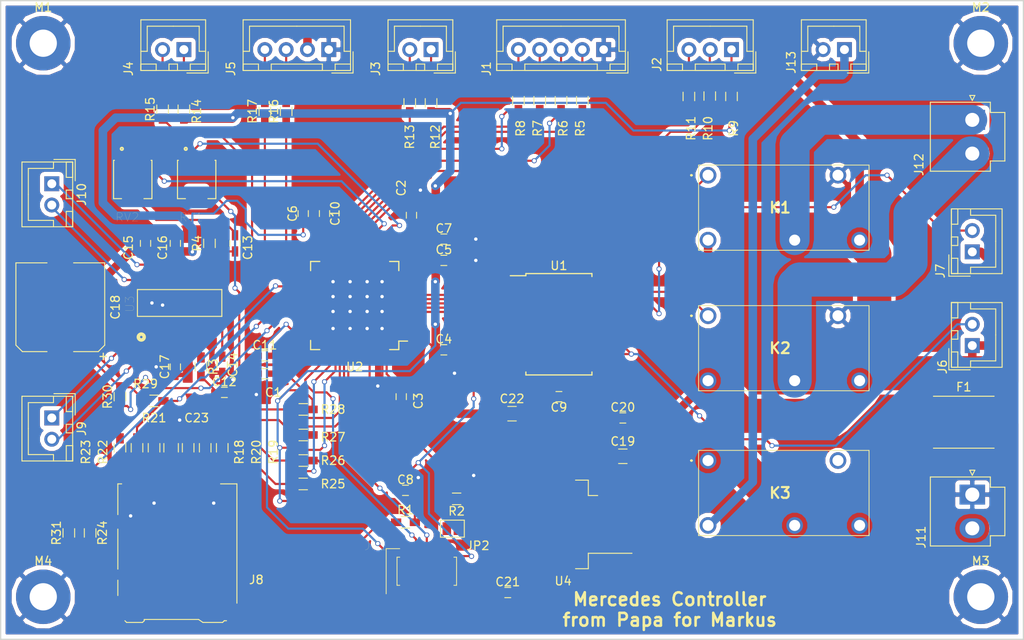
<source format=kicad_pcb>
(kicad_pcb (version 4) (host pcbnew 4.0.7-e2-6376~61~ubuntu18.04.1)
  (title_block (title Controller))
  (layers (0 F.Cu signal hide) (31 B.Cu signal hide) (34 B.Paste user hide) (35 F.Paste user hide) (36 B.SilkS user hide) (37 F.SilkS user) (38 B.Mask user hide) (39 F.Mask user hide) (44 Edge.Cuts user))
  (net 0 "")
  (net 1 NRST)
  (net 2 GND)
  (net 3 +6V)
  (net 4 "Net-(C10-Pad2)")
  (net 5 "Net-(C11-Pad2)")
  (net 6 "Net-(C12-Pad1)")
  (net 7 "Net-(C12-Pad2)")
  (net 8 "Net-(C13-Pad1)")
  (net 9 "Net-(C13-Pad2)")
  (net 10 "Net-(C14-Pad1)")
  (net 11 +3V3)
  (net 12 +BATT)
  (net 13 "Net-(J1-Pad2)")
  (net 14 "Net-(J1-Pad3)")
  (net 15 "Net-(J1-Pad4)")
  (net 16 "Net-(J1-Pad5)")
  (net 17 "Net-(J2-Pad1)")
  (net 18 "Net-(J2-Pad2)")
  (net 19 "Net-(J2-Pad3)")
  (net 20 "Net-(J3-Pad1)")
  (net 21 "Net-(J3-Pad2)")
  (net 22 "Net-(J4-Pad1)")
  (net 23 "Net-(J4-Pad2)")
  (net 24 "Net-(J5-Pad3)")
  (net 25 "Net-(J5-Pad4)")
  (net 26 /Microcontroller/LAMP_OUT)
  (net 27 /External/LED_OUT)
  (net 28 "Net-(J8-Pad8)")
  (net 29 "Net-(J8-Pad1)")
  (net 30 "Net-(J8-Pad2)")
  (net 31 "Net-(J8-Pad3)")
  (net 32 "Net-(J8-Pad5)")
  (net 33 "Net-(J8-Pad7)")
  (net 34 "Net-(J8-Pad10)")
  (net 35 /Audio/RIGHT_SPKOUT_P)
  (net 36 /Audio/RIGHT_SPKOUT_N)
  (net 37 /Audio/LEFT_SPKOUT_P)
  (net 38 /Audio/LEFT_SPKOUT_N)
  (net 39 /External/MOTOR_OUT_1)
  (net 40 /External/MOTOR_OUT_2)
  (net 41 SWDIO)
  (net 42 SWCLK)
  (net 43 SWSWO)
  (net 44 "Net-(JP1-Pad7)")
  (net 45 "Net-(JP1-Pad8)")
  (net 46 "Net-(JP2-Pad1)")
  (net 47 /Microcontroller/MOTOR1_CTL)
  (net 48 /Microcontroller/MOTOR2_CTL)
  (net 49 "Net-(R3-Pad1)")
  (net 50 "Net-(R4-Pad1)")
  (net 51 /External/HORN_IN)
  (net 52 /External/MUSIC_IN)
  (net 53 /External/RIGHT_IN)
  (net 54 /External/LEFT_IN)
  (net 55 /External/VOLUME_IN)
  (net 56 /External/LIGHT_IN)
  (net 57 /External/GAS_IN)
  (net 58 /External/BACKWARD_IN)
  (net 59 /External/FORWARD_IN)
  (net 60 /External/SD_D2)
  (net 61 /External/SD_D3)
  (net 62 /External/SD_CMD)
  (net 63 /Microcontroller/SD_CK)
  (net 64 /External/SD_D0)
  (net 65 /External/SD_D1)
  (net 66 /Microcontroller/SD_CD)
  (net 67 /Microcontroller/DAC_OUT_0)
  (net 68 /Microcontroller/DAC_OUT1)
  (net 69 /Microcontroller/MOTOR_1_OUT_SIG)
  (net 70 /Microcontroller/MOTOR_2_OUT_SIG)
  (net 71 /Microcontroller/LED_OUT_SIG)
  (net 72 /Microcontroller/LAMP_OUT_SIG)
  (net 73 "Net-(U2-Pad2)")
  (net 74 "Net-(U2-Pad3)")
  (net 75 "Net-(U2-Pad4)")
  (net 76 "Net-(U2-Pad5)")
  (net 77 "Net-(U2-Pad6)")
  (net 78 "Net-(U2-Pad14)")
  (net 79 "Net-(U2-Pad15)")
  (net 80 "Net-(U2-Pad16)")
  (net 81 "Net-(U2-Pad17)")
  (net 82 "Net-(U2-Pad22)")
  (net 83 "Net-(U2-Pad23)")
  (net 84 "Net-(U2-Pad24)")
  (net 85 "Net-(U2-Pad37)")
  (net 86 "Net-(U2-Pad38)")
  (net 87 "Net-(U2-Pad41)")
  (net 88 "Net-(U2-Pad42)")
  (net 89 "Net-(U2-Pad43)")
  (net 90 "Net-(U2-Pad44)")
  (net 91 "Net-(U2-Pad45)")
  (net 92 "Net-(U2-Pad50)")
  (net 93 "Net-(U2-Pad56)")
  (net 94 "Net-(U2-Pad57)")
  (net 95 "Net-(U2-Pad58)")
  (net 96 "Net-(U2-Pad59)")
  (net 97 "Net-(U2-Pad61)")
  (net 98 "Net-(U2-Pad62)")
  (net 99 "Net-(U3-Pad5)")
  (net 100 "Net-(U3-Pad12)")
  (net 101 ACC_BAT)
  (net 102 "Net-(J13-Pad1)")
  (net 103 "Net-(K3-Pad2)")
  (module Capacitors_SMD:C_0603_HandSoldering (layer F.Cu) (at 111 83.8 180)
    (fp_text reference C1 (at -1 -2.2 180) (layer F.SilkS))
    (fp_text value 100nF)
    (pad 1 smd rect (at -0.95 0 180) (size 1.2 0.75) (layers F.Cu F.Paste F.Mask) (net 11 +3V3))
    (pad 2 smd rect (at 0.95 0 180) (size 1.2 0.75) (layers F.Cu F.Paste F.Mask) (net 2 GND))
  )
  (module Capacitors_SMD:C_0603_HandSoldering (layer F.Cu) (at 127 86.5 270)
    (fp_text reference C3 (at 0.5 -2 270) (layer F.SilkS))
    (fp_text value 100nF)
    (pad 1 smd rect (at -0.95 0 270) (size 1.2 0.75) (layers F.Cu F.Paste F.Mask) (net 11 +3V3))
    (pad 2 smd rect (at 0.95 0 270) (size 1.2 0.75) (layers F.Cu F.Paste F.Mask) (net 2 GND))
  )
  (module Capacitors_SMD:C_0603_HandSoldering (layer F.Cu) (at 132 81)
    (fp_text reference C4 (at 0 -1.25) (layer F.SilkS))
    (fp_text value 100nF)
    (pad 1 smd rect (at -0.95 0) (size 1.2 0.75) (layers F.Cu F.Paste F.Mask) (net 11 +3V3))
    (pad 2 smd rect (at 0.95 0) (size 1.2 0.75) (layers F.Cu F.Paste F.Mask) (net 2 GND))
  )
  (module Capacitors_SMD:C_0603_HandSoldering (layer F.Cu) (at 132 70.5)
    (fp_text reference C5 (at 0 -1.25) (layer F.SilkS))
    (fp_text value 100nF)
    (pad 1 smd rect (at -0.95 0) (size 1.2 0.75) (layers F.Cu F.Paste F.Mask) (net 11 +3V3))
    (pad 2 smd rect (at 0.95 0) (size 1.2 0.75) (layers F.Cu F.Paste F.Mask) (net 2 GND))
  )
  (module Capacitors_SMD:C_0603_HandSoldering (layer F.Cu) (at 115.5 65 90)
    (fp_text reference C6 (at 0 -1.25 90) (layer F.SilkS))
    (fp_text value 100nF)
    (pad 1 smd rect (at -0.95 0 90) (size 1.2 0.75) (layers F.Cu F.Paste F.Mask) (net 11 +3V3))
    (pad 2 smd rect (at 0.95 0 90) (size 1.2 0.75) (layers F.Cu F.Paste F.Mask) (net 2 GND))
  )
  (module Capacitors_SMD:C_0603_HandSoldering (layer F.Cu) (at 132 68)
    (fp_text reference C7 (at 0 -1.25) (layer F.SilkS))
    (fp_text value 2.2uF)
    (pad 1 smd rect (at -0.95 0) (size 1.2 0.75) (layers F.Cu F.Paste F.Mask) (net 11 +3V3))
    (pad 2 smd rect (at 0.95 0) (size 1.2 0.75) (layers F.Cu F.Paste F.Mask) (net 2 GND))
  )
  (module Capacitors_SMD:C_0603_HandSoldering (layer F.Cu) (at 127.5 97.5)
    (fp_text reference C8 (at 0 -1.25) (layer F.SilkS))
    (fp_text value 100nF)
    (pad 1 smd rect (at -0.95 0) (size 1.2 0.75) (layers F.Cu F.Paste F.Mask) (net 1 NRST))
    (pad 2 smd rect (at 0.95 0) (size 1.2 0.75) (layers F.Cu F.Paste F.Mask) (net 2 GND))
  )
  (module Capacitors_SMD:C_0603_HandSoldering (layer F.Cu) (at 145.5 86.5 180)
    (fp_text reference C9 (at 0 -1.25 180) (layer F.SilkS))
    (fp_text value 100nF)
    (pad 1 smd rect (at -0.95 0 180) (size 1.2 0.75) (layers F.Cu F.Paste F.Mask) (net 3 +6V))
    (pad 2 smd rect (at 0.95 0 180) (size 1.2 0.75) (layers F.Cu F.Paste F.Mask) (net 2 GND))
  )
  (module Capacitors_SMD:C_0603_HandSoldering (layer F.Cu) (at 118 65 270)
    (fp_text reference C10 (at 0 -1.25 270) (layer F.SilkS))
    (fp_text value 2.2uF)
    (pad 1 smd rect (at -0.95 0 270) (size 1.2 0.75) (layers F.Cu F.Paste F.Mask) (net 2 GND))
    (pad 2 smd rect (at 0.95 0 270) (size 1.2 0.75) (layers F.Cu F.Paste F.Mask) (net 4 "Net-(C10-Pad2)"))
  )
  (module Capacitors_SMD:C_0603_HandSoldering (layer F.Cu) (at 111 81.7)
    (fp_text reference C11 (at 0 -1.25) (layer F.SilkS))
    (fp_text value 2.2uF)
    (pad 1 smd rect (at -0.95 0) (size 1.2 0.75) (layers F.Cu F.Paste F.Mask) (net 2 GND))
    (pad 2 smd rect (at 0.95 0) (size 1.2 0.75) (layers F.Cu F.Paste F.Mask) (net 5 "Net-(C11-Pad2)"))
  )
  (module Capacitors_SMD:C_0603_HandSoldering (layer F.Cu) (at 106.25 86)
    (fp_text reference C12 (at 0 -1.25) (layer F.SilkS))
    (fp_text value C)
    (pad 1 smd rect (at -0.95 0) (size 1.2 0.75) (layers F.Cu F.Paste F.Mask) (net 6 "Net-(C12-Pad1)"))
    (pad 2 smd rect (at 0.95 0) (size 1.2 0.75) (layers F.Cu F.Paste F.Mask) (net 7 "Net-(C12-Pad2)"))
  )
  (module Capacitors_SMD:C_0603_HandSoldering (layer F.Cu) (at 107.5 68.5 90)
    (fp_text reference C13 (at -0.5 1.5 90) (layer F.SilkS))
    (fp_text value C)
    (pad 1 smd rect (at -0.95 0 90) (size 1.2 0.75) (layers F.Cu F.Paste F.Mask) (net 8 "Net-(C13-Pad1)"))
    (pad 2 smd rect (at 0.95 0 90) (size 1.2 0.75) (layers F.Cu F.Paste F.Mask) (net 9 "Net-(C13-Pad2)"))
  )
  (module Capacitors_SMD:C_0603_HandSoldering (layer F.Cu) (at 106 82.75 270)
    (fp_text reference C14 (at 0 -1.25 270) (layer F.SilkS))
    (fp_text value 100nF)
    (pad 1 smd rect (at -0.95 0 270) (size 1.2 0.75) (layers F.Cu F.Paste F.Mask) (net 10 "Net-(C14-Pad1)"))
    (pad 2 smd rect (at 0.95 0 270) (size 1.2 0.75) (layers F.Cu F.Paste F.Mask) (net 2 GND))
  )
  (module Capacitors_SMD:C_0603_HandSoldering (layer F.Cu) (at 97 68.5 270)
    (fp_text reference C15 (at 0.5 2 270) (layer F.SilkS))
    (fp_text value 100nF)
    (pad 1 smd rect (at -0.95 0 270) (size 1.2 0.75) (layers F.Cu F.Paste F.Mask) (net 2 GND))
    (pad 2 smd rect (at 0.95 0 270) (size 1.2 0.75) (layers F.Cu F.Paste F.Mask) (net 11 +3V3))
  )
  (module Capacitors_SMD:C_0603_HandSoldering (layer F.Cu) (at 100.5 68.5 270)
    (fp_text reference C16 (at 0.5 1.5 270) (layer F.SilkS))
    (fp_text value 100nF)
    (pad 1 smd rect (at -0.95 0 270) (size 1.2 0.75) (layers F.Cu F.Paste F.Mask) (net 2 GND))
    (pad 2 smd rect (at 0.95 0 270) (size 1.2 0.75) (layers F.Cu F.Paste F.Mask) (net 11 +3V3))
  )
  (module Capacitors_SMD:C_0603_HandSoldering (layer F.Cu) (at 100.5 83 90)
    (fp_text reference C17 (at 0 -1.25 90) (layer F.SilkS))
    (fp_text value 100nF)
    (pad 1 smd rect (at -0.95 0 90) (size 1.2 0.75) (layers F.Cu F.Paste F.Mask) (net 2 GND))
    (pad 2 smd rect (at 0.95 0 90) (size 1.2 0.75) (layers F.Cu F.Paste F.Mask) (net 11 +3V3))
  )
  (module Capacitors_SMD:CP_Elec_10x10 (layer F.Cu) (at 87 76 90)
    (fp_text reference C18 (at 0 6.46 90) (layer F.SilkS))
    (fp_text value 1000uF)
    (fp_text user + (at -5.78 4.97 90) (layer F.SilkS))
    (pad 1 smd rect (at -4 0 270) (size 4 2.5) (layers F.Cu F.Paste F.Mask) (net 11 +3V3))
    (pad 2 smd rect (at 4 0 270) (size 4 2.5) (layers F.Cu F.Paste F.Mask) (net 2 GND))
  )
  (module Capacitors_SMD:C_0805_HandSoldering (layer F.Cu) (at 153 93.5)
    (fp_text reference C19 (at 0 -1.75) (layer F.SilkS))
    (fp_text value 10uF)
    (pad 1 smd rect (at -1.25 0) (size 1.5 1.25) (layers F.Cu F.Paste F.Mask) (net 3 +6V))
    (pad 2 smd rect (at 1.25 0) (size 1.5 1.25) (layers F.Cu F.Paste F.Mask) (net 2 GND))
  )
  (module Capacitors_SMD:C_0603_HandSoldering (layer F.Cu) (at 153 89)
    (fp_text reference C20 (at 0 -1.25) (layer F.SilkS))
    (fp_text value 100nF)
    (pad 1 smd rect (at -0.95 0) (size 1.2 0.75) (layers F.Cu F.Paste F.Mask) (net 3 +6V))
    (pad 2 smd rect (at 0.95 0) (size 1.2 0.75) (layers F.Cu F.Paste F.Mask) (net 2 GND))
  )
  (module Capacitors_SMD:C_0603_HandSoldering (layer F.Cu) (at 139.5 109.5)
    (fp_text reference C21 (at 0 -1.25) (layer F.SilkS))
    (fp_text value 100nF)
    (pad 1 smd rect (at -0.95 0) (size 1.2 0.75) (layers F.Cu F.Paste F.Mask) (net 11 +3V3))
    (pad 2 smd rect (at 0.95 0) (size 1.2 0.75) (layers F.Cu F.Paste F.Mask) (net 2 GND))
  )
  (module Capacitors_SMD:C_0805_HandSoldering (layer F.Cu) (at 140 88.5)
    (fp_text reference C22 (at 0 -1.75) (layer F.SilkS))
    (fp_text value 10uF)
    (pad 1 smd rect (at -1.25 0) (size 1.5 1.25) (layers F.Cu F.Paste F.Mask) (net 11 +3V3))
    (pad 2 smd rect (at 1.25 0) (size 1.5 1.25) (layers F.Cu F.Paste F.Mask) (net 2 GND))
  )
  (module Capacitors_SMD:C_0805_HandSoldering (layer F.Cu) (at 100 92.5 270)
    (fp_text reference C23 (at -3.5 -3 360) (layer F.SilkS))
    (fp_text value 10uF)
    (pad 1 smd rect (at -1.25 0 270) (size 1.5 1.25) (layers F.Cu F.Paste F.Mask) (net 2 GND))
    (pad 2 smd rect (at 1.25 0 270) (size 1.5 1.25) (layers F.Cu F.Paste F.Mask) (net 11 +3V3))
  )
  (module Fuse_Holders_and_Fuses:Fuse_SMD2920 (layer F.Cu) (at 193 89.5)
    (fp_text reference F1 (at 0 -4.13) (layer F.SilkS))
    (fp_text value "16V 10A")
    (pad 1 smd rect (at -3.7 0 90) (size 5.6 2.3) (layers F.Cu F.Paste F.Mask) (net 101 ACC_BAT))
    (pad 2 smd rect (at 3.7 0 90) (size 5.6 2.3) (layers F.Cu F.Paste F.Mask) (net 3 +6V))
  )
  (module Connectors_JST:JST_XH_B05B-XH-A_05x2.50mm_Straight (layer F.Cu) (at 150.75 45.75 180)
    (fp_text reference J1 (at 13.75 -2.25 270) (layer F.SilkS))
    (fp_text value Steering)
    (pad 1 thru_hole rect (at 0 0 180) (size 1.75 1.75) (drill 1) (layers *.Cu *.Mask) (net 2 GND))
    (pad 2 thru_hole circle (at 2.5 0 180) (size 1.75 1.75) (drill 1) (layers *.Cu *.Mask) (net 13 "Net-(J1-Pad2)"))
    (pad 3 thru_hole circle (at 5 0 180) (size 1.75 1.75) (drill 1) (layers *.Cu *.Mask) (net 14 "Net-(J1-Pad3)"))
    (pad 4 thru_hole circle (at 7.5 0 180) (size 1.75 1.75) (drill 1) (layers *.Cu *.Mask) (net 15 "Net-(J1-Pad4)"))
    (pad 5 thru_hole circle (at 10 0 180) (size 1.75 1.75) (drill 1) (layers *.Cu *.Mask) (net 16 "Net-(J1-Pad5)"))
  )
  (module Connectors_JST:JST_XH_B03B-XH-A_03x2.50mm_Straight (layer F.Cu) (at 165.75 45.75 180)
    (fp_text reference J2 (at 8.75 -1.75 270) (layer F.SilkS))
    (fp_text value Volume)
    (pad 1 thru_hole rect (at 0 0 180) (size 1.75 1.75) (drill 1) (layers *.Cu *.Mask) (net 17 "Net-(J2-Pad1)"))
    (pad 2 thru_hole circle (at 2.5 0 180) (size 1.75 1.75) (drill 1) (layers *.Cu *.Mask) (net 18 "Net-(J2-Pad2)"))
    (pad 3 thru_hole circle (at 5 0 180) (size 1.75 1.75) (drill 1) (layers *.Cu *.Mask) (net 19 "Net-(J2-Pad3)"))
  )
  (module Connectors_JST:JST_XH_B02B-XH-A_02x2.50mm_Straight (layer F.Cu) (at 130.5 45.75 180)
    (fp_text reference J3 (at 6.5 -2.25 270) (layer F.SilkS))
    (fp_text value Light)
    (pad 1 thru_hole rect (at 0 0 180) (size 1.75 1.75) (drill 1.05) (layers *.Cu *.Mask) (net 20 "Net-(J3-Pad1)"))
    (pad 2 thru_hole circle (at 2.5 0 180) (size 1.75 1.75) (drill 1.05) (layers *.Cu *.Mask) (net 21 "Net-(J3-Pad2)"))
  )
  (module Connectors_JST:JST_XH_B02B-XH-A_02x2.50mm_Straight (layer F.Cu) (at 101.5 45.75 180)
    (fp_text reference J4 (at 6.5 -2.25 270) (layer F.SilkS))
    (fp_text value Gas_In)
    (pad 1 thru_hole rect (at 0 0 180) (size 1.75 1.75) (drill 1.05) (layers *.Cu *.Mask) (net 22 "Net-(J4-Pad1)"))
    (pad 2 thru_hole circle (at 2.5 0 180) (size 1.75 1.75) (drill 1.05) (layers *.Cu *.Mask) (net 23 "Net-(J4-Pad2)"))
  )
  (module Connectors_JST:JST_XH_B04B-XH-A_04x2.50mm_Straight (layer F.Cu) (at 118.5 45.75 180)
    (fp_text reference J5 (at 11.5 -2.25 270) (layer F.SilkS))
    (fp_text value Direction)
    (pad 1 thru_hole rect (at 0 0 180) (size 1.75 1.75) (drill 1) (layers *.Cu *.Mask) (net 2 GND))
    (pad 2 thru_hole circle (at 2.5 0 180) (size 1.75 1.75) (drill 1) (layers *.Cu *.Mask) (net 3 +6V))
    (pad 3 thru_hole circle (at 5 0 180) (size 1.75 1.75) (drill 1) (layers *.Cu *.Mask) (net 24 "Net-(J5-Pad3)"))
    (pad 4 thru_hole circle (at 7.5 0 180) (size 1.75 1.75) (drill 1) (layers *.Cu *.Mask) (net 25 "Net-(J5-Pad4)"))
  )
  (module Connectors_JST:JST_XH_B02B-XH-A_02x2.50mm_Straight (layer F.Cu) (at 194 80.5 90)
    (fp_text reference J6 (at -2.5 -3.5 90) (layer F.SilkS))
    (fp_text value Light_Out)
    (pad 1 thru_hole rect (at 0 0 90) (size 1.75 1.75) (drill 1.05) (layers *.Cu *.Mask) (net 3 +6V))
    (pad 2 thru_hole circle (at 2.5 0 90) (size 1.75 1.75) (drill 1.05) (layers *.Cu *.Mask) (net 26 /Microcontroller/LAMP_OUT))
  )
  (module Connectors_JST:JST_XH_B02B-XH-A_02x2.50mm_Straight (layer F.Cu) (at 194 69.5 90)
    (fp_text reference J7 (at -2.25 -3.75 90) (layer F.SilkS))
    (fp_text value LED_Out)
    (pad 1 thru_hole rect (at 0 0 90) (size 1.75 1.75) (drill 1.05) (layers *.Cu *.Mask) (net 3 +6V))
    (pad 2 thru_hole circle (at 2.5 0 90) (size 1.75 1.75) (drill 1.05) (layers *.Cu *.Mask) (net 27 /External/LED_OUT))
  )
  (module Connectors_Card:Hirose_DM3AT-SF-PEJM5 (layer F.Cu) (at 103.5 97.5)
    (fp_text reference J8 (at 6.5 10.5) (layer F.SilkS))
    (fp_text value uSD)
    (pad 9 smd rect (at -8.65 -0.6) (size 0.7 1.2) (layers F.Cu F.Paste F.Mask) (net 11 +3V3))
    (pad 8 smd rect (at -7.7 -0.6) (size 0.7 1.2) (layers F.Cu F.Paste F.Mask) (net 28 "Net-(J8-Pad8)"))
    (pad 1 smd rect (at 0 -0.6) (size 0.7 1.2) (layers F.Cu F.Paste F.Mask) (net 29 "Net-(J8-Pad1)"))
    (pad 2 smd rect (at -1.1 -0.6) (size 0.7 1.2) (layers F.Cu F.Paste F.Mask) (net 30 "Net-(J8-Pad2)"))
    (pad 3 smd rect (at -2.2 -0.6) (size 0.7 1.2) (layers F.Cu F.Paste F.Mask) (net 31 "Net-(J8-Pad3)"))
    (pad 4 smd rect (at -3.3 -0.6) (size 0.7 1.2) (layers F.Cu F.Paste F.Mask) (net 11 +3V3))
    (pad 5 smd rect (at -4.4 -0.6) (size 0.7 1.2) (layers F.Cu F.Paste F.Mask) (net 32 "Net-(J8-Pad5)"))
    (pad 6 smd rect (at -5.5 -0.6) (size 0.7 1.2) (layers F.Cu F.Paste F.Mask) (net 2 GND))
    (pad 7 smd rect (at -6.6 -0.6) (size 0.7 1.2) (layers F.Cu F.Paste F.Mask) (net 33 "Net-(J8-Pad7)"))
    (pad 11 smd rect (at 1.55 -0.6) (size 1 1.2) (layers F.Cu F.Paste F.Mask) (net 2 GND))
    (pad 11 smd rect (at -9.6 3.7) (size 1 1.2) (layers F.Cu F.Paste F.Mask) (net 2 GND))
    (pad 10 smd rect (at -9.6 9.9) (size 1 0.8) (layers F.Cu F.Paste F.Mask) (net 34 "Net-(J8-Pad10)"))
    (pad 11 smd rect (at -9.6 14.05) (size 1 2.8) (layers F.Cu F.Paste F.Mask) (net 2 GND))
    (pad 11 smd rect (at 3.9 14.5) (size 1.3 1.9) (layers F.Cu F.Paste F.Mask) (net 2 GND))
  )
  (module Connectors_JST:JST_XH_B02B-XH-A_02x2.50mm_Straight (layer F.Cu) (at 86 89 270)
    (fp_text reference J9 (at 1.25 -3.5 270) (layer F.SilkS))
    (fp_text value SPK_R_OUT)
    (pad 1 thru_hole rect (at 0 0 270) (size 1.75 1.75) (drill 1.05) (layers *.Cu *.Mask) (net 35 /Audio/RIGHT_SPKOUT_P))
    (pad 2 thru_hole circle (at 2.5 0 270) (size 1.75 1.75) (drill 1.05) (layers *.Cu *.Mask) (net 36 /Audio/RIGHT_SPKOUT_N))
  )
  (module Connectors_JST:JST_XH_B02B-XH-A_02x2.50mm_Straight (layer F.Cu) (at 86 61.5 270)
    (fp_text reference J10 (at 1.25 -3.5 270) (layer F.SilkS))
    (fp_text value SPK_L_OUT)
    (pad 1 thru_hole rect (at 0 0 270) (size 1.75 1.75) (drill 1.05) (layers *.Cu *.Mask) (net 37 /Audio/LEFT_SPKOUT_P))
    (pad 2 thru_hole circle (at 2.5 0 270) (size 1.75 1.75) (drill 1.05) (layers *.Cu *.Mask) (net 38 /Audio/LEFT_SPKOUT_N))
  )
  (module Connectors_JST:JST_VH_B2P-VH-B_2x3.96mm_Vertical (layer F.Cu) (at 194 98 270)
    (fp_text reference J11 (at 5 6 270) (layer F.SilkS))
    (fp_text value Batt)
    (pad 1 thru_hole rect (at 0 0 270) (size 2.35 3) (drill 1.65) (layers *.Cu *.Mask) (net 2 GND))
    (pad 2 thru_hole oval (at 3.96 0 270) (size 2.35 3) (drill 1.65) (layers *.Cu *.Mask) (net 12 +BATT))
  )
  (module Connectors_JST:JST_VH_B2P-VH-B_2x3.96mm_Vertical (layer F.Cu) (at 194 54 270)
    (fp_text reference J12 (at 5.25 6.25 270) (layer F.SilkS))
    (fp_text value Motor)
    (pad 1 thru_hole rect (at 0 0 270) (size 2.35 3) (drill 1.65) (layers *.Cu *.Mask) (net 39 /External/MOTOR_OUT_1))
    (pad 2 thru_hole oval (at 3.96 0 270) (size 2.35 3) (drill 1.65) (layers *.Cu *.Mask) (net 40 /External/MOTOR_OUT_2))
  )
  (module lib:20021221-00010C4LF (layer F.Cu) (at 130 107)
    (fp_text reference JP1 (at -6 -3 180) (layer F.SilkS) (effects (font (size 1.000677 1.000677) (thickness 0.015))))
    (fp_text value 20021221-00010C4LF)
    (pad 1 smd rect (at -2.54 1.78) (size 0.76 2.05) (layers F.Cu F.Paste F.Mask) (net 11 +3V3))
    (pad 2 smd rect (at -2.54 -1.78) (size 0.76 2.05) (layers F.Cu F.Paste F.Mask) (net 41 SWDIO))
    (pad 3 smd rect (at -1.27 1.78) (size 0.76 2.05) (layers F.Cu F.Paste F.Mask) (net 2 GND))
    (pad 4 smd rect (at -1.27 -1.78) (size 0.76 2.05) (layers F.Cu F.Paste F.Mask) (net 42 SWCLK))
    (pad 5 smd rect (at 0 1.78) (size 0.76 2.05) (layers F.Cu F.Paste F.Mask) (net 2 GND))
    (pad 6 smd rect (at 0 -1.78) (size 0.76 2.05) (layers F.Cu F.Paste F.Mask) (net 43 SWSWO))
    (pad 7 smd rect (at 1.27 1.78) (size 0.76 2.05) (layers F.Cu F.Paste F.Mask) (net 44 "Net-(JP1-Pad7)"))
    (pad 8 smd rect (at 1.27 -1.78) (size 0.76 2.05) (layers F.Cu F.Paste F.Mask) (net 45 "Net-(JP1-Pad8)"))
    (pad 9 smd rect (at 2.54 1.78) (size 0.76 2.05) (layers F.Cu F.Paste F.Mask) (net 2 GND))
    (pad 10 smd rect (at 2.54 -1.78) (size 0.76 2.05) (layers F.Cu F.Paste F.Mask) (net 1 NRST))
  )
  (module lib:SolderJumper-2_P1.3mm_Open_Pad1.0x1.5mm (layer F.Cu) (at 133 102)
    (fp_text reference JP2 (at 3 2) (layer F.SilkS))
    (fp_text value Jumper_NO_Small)
    (pad 2 smd rect (at 0.65 0) (size 1 1.5) (layers F.Cu F.Mask) (net 11 +3V3))
    (pad 1 smd rect (at -0.65 0) (size 1 1.5) (layers F.Cu F.Mask) (net 46 "Net-(JP2-Pad1)"))
  )
  (module lib:JQ1P5VF (layer F.Cu) (at 163 60.5)
    (fp_text reference K1 (at 8.445 3.81) (layer F.SilkS) (effects (font (size 1.27 1.27) (thickness 0.254))))
    (fp_text value JQ1P-5V-F hide)
    (pad 1 thru_hole circle (at 0 0) (size 1.95 1.95) (drill 1.3) (layers *.Cu *.Mask) (net 47 /Microcontroller/MOTOR1_CTL))
    (pad 2 thru_hole circle (at 15.24 0) (size 1.95 1.95) (drill 1.3) (layers *.Cu *.Mask) (net 2 GND))
    (pad 3 thru_hole circle (at 17.78 7.62) (size 1.95 1.95) (drill 1.3) (layers *.Cu *.Mask) (net 3 +6V))
    (pad 4 thru_hole circle (at 10.16 7.62) (size 1.95 1.95) (drill 1.3) (layers *.Cu *.Mask) (net 39 /External/MOTOR_OUT_1))
    (pad 5 thru_hole circle (at 0 7.62) (size 1.95 1.95) (drill 1.3) (layers *.Cu *.Mask) (net 3 +6V))
  )
  (module lib:JQ1P5VF (layer F.Cu) (at 163 77)
    (fp_text reference K2 (at 8.445 3.81) (layer F.SilkS) (effects (font (size 1.27 1.27) (thickness 0.254))))
    (fp_text value JQ1P-5V-F hide)
    (pad 1 thru_hole circle (at 0 0) (size 1.95 1.95) (drill 1.3) (layers *.Cu *.Mask) (net 48 /Microcontroller/MOTOR2_CTL))
    (pad 2 thru_hole circle (at 15.24 0) (size 1.95 1.95) (drill 1.3) (layers *.Cu *.Mask) (net 2 GND))
    (pad 3 thru_hole circle (at 17.78 7.62) (size 1.95 1.95) (drill 1.3) (layers *.Cu *.Mask) (net 3 +6V))
    (pad 4 thru_hole circle (at 10.16 7.62) (size 1.95 1.95) (drill 1.3) (layers *.Cu *.Mask) (net 40 /External/MOTOR_OUT_2))
    (pad 5 thru_hole circle (at 0 7.62) (size 1.95 1.95) (drill 1.3) (layers *.Cu *.Mask) (net 3 +6V))
  )
  (module Resistors_SMD:R_0603_HandSoldering (layer F.Cu) (at 127.5 101.25)
    (fp_text reference R1 (at 0 -1.45) (layer F.SilkS))
    (fp_text value 100K)
    (pad 1 smd rect (at -1.1 0) (size 1.2 0.9) (layers F.Cu F.Paste F.Mask) (net 11 +3V3))
    (pad 2 smd rect (at 1.1 0) (size 1.2 0.9) (layers F.Cu F.Paste F.Mask) (net 1 NRST))
  )
  (module Resistors_SMD:R_0603_HandSoldering (layer F.Cu) (at 133.5 98.5 180)
    (fp_text reference R2 (at 0 -1.45 180) (layer F.SilkS))
    (fp_text value 100K)
    (pad 1 smd rect (at -1.1 0 180) (size 1.2 0.9) (layers F.Cu F.Paste F.Mask) (net 2 GND))
    (pad 2 smd rect (at 1.1 0 180) (size 1.2 0.9) (layers F.Cu F.Paste F.Mask) (net 46 "Net-(JP2-Pad1)"))
  )
  (module Resistors_SMD:R_0603_HandSoldering (layer F.Cu) (at 103.5 83 270)
    (fp_text reference R3 (at 0 -1.45 270) (layer F.SilkS))
    (fp_text value 10K)
    (pad 1 smd rect (at -1.1 0 270) (size 1.2 0.9) (layers F.Cu F.Paste F.Mask) (net 49 "Net-(R3-Pad1)"))
    (pad 2 smd rect (at 1.1 0 270) (size 1.2 0.9) (layers F.Cu F.Paste F.Mask) (net 6 "Net-(C12-Pad1)"))
  )
  (module Resistors_SMD:R_0603_HandSoldering (layer F.Cu) (at 104.5 68.5 90)
    (fp_text reference R4 (at 0 -1.45 90) (layer F.SilkS))
    (fp_text value 10K)
    (pad 1 smd rect (at -1.1 0 90) (size 1.2 0.9) (layers F.Cu F.Paste F.Mask) (net 50 "Net-(R4-Pad1)"))
    (pad 2 smd rect (at 1.1 0 90) (size 1.2 0.9) (layers F.Cu F.Paste F.Mask) (net 8 "Net-(C13-Pad1)"))
  )
  (module Resistors_SMD:R_0603_HandSoldering (layer F.Cu) (at 148.25 51.75 90)
    (fp_text reference R5 (at -3.25 -0.25 90) (layer F.SilkS))
    (fp_text value 220)
    (pad 1 smd rect (at -1.1 0 90) (size 1.2 0.9) (layers F.Cu F.Paste F.Mask) (net 51 /External/HORN_IN))
    (pad 2 smd rect (at 1.1 0 90) (size 1.2 0.9) (layers F.Cu F.Paste F.Mask) (net 13 "Net-(J1-Pad2)"))
  )
  (module Resistors_SMD:R_0603_HandSoldering (layer F.Cu) (at 145.75 51.75 90)
    (fp_text reference R6 (at -3.25 0.25 90) (layer F.SilkS))
    (fp_text value 220)
    (pad 1 smd rect (at -1.1 0 90) (size 1.2 0.9) (layers F.Cu F.Paste F.Mask) (net 52 /External/MUSIC_IN))
    (pad 2 smd rect (at 1.1 0 90) (size 1.2 0.9) (layers F.Cu F.Paste F.Mask) (net 14 "Net-(J1-Pad3)"))
  )
  (module Resistors_SMD:R_0603_HandSoldering (layer F.Cu) (at 143.25 51.75 90)
    (fp_text reference R7 (at -3.25 -0.25 90) (layer F.SilkS))
    (fp_text value 220)
    (pad 1 smd rect (at -1.1 0 90) (size 1.2 0.9) (layers F.Cu F.Paste F.Mask) (net 53 /External/RIGHT_IN))
    (pad 2 smd rect (at 1.1 0 90) (size 1.2 0.9) (layers F.Cu F.Paste F.Mask) (net 15 "Net-(J1-Pad4)"))
  )
  (module Resistors_SMD:R_0603_HandSoldering (layer F.Cu) (at 140.75 51.75 90)
    (fp_text reference R8 (at -3.25 0.25 90) (layer F.SilkS))
    (fp_text value 220)
    (pad 1 smd rect (at -1.1 0 90) (size 1.2 0.9) (layers F.Cu F.Paste F.Mask) (net 54 /External/LEFT_IN))
    (pad 2 smd rect (at 1.1 0 90) (size 1.2 0.9) (layers F.Cu F.Paste F.Mask) (net 16 "Net-(J1-Pad5)"))
  )
  (module Resistors_SMD:R_0603_HandSoldering (layer F.Cu) (at 165.75 51.25 90)
    (fp_text reference R9 (at -3.75 0.25 90) (layer F.SilkS))
    (fp_text value 220)
    (pad 1 smd rect (at -1.1 0 90) (size 1.2 0.9) (layers F.Cu F.Paste F.Mask) (net 11 +3V3))
    (pad 2 smd rect (at 1.1 0 90) (size 1.2 0.9) (layers F.Cu F.Paste F.Mask) (net 17 "Net-(J2-Pad1)"))
  )
  (module Resistors_SMD:R_0603_HandSoldering (layer F.Cu) (at 163.2 51.2 90)
    (fp_text reference R10 (at -3.8 -0.2 90) (layer F.SilkS))
    (fp_text value 220)
    (pad 1 smd rect (at -1.1 0 90) (size 1.2 0.9) (layers F.Cu F.Paste F.Mask) (net 55 /External/VOLUME_IN))
    (pad 2 smd rect (at 1.1 0 90) (size 1.2 0.9) (layers F.Cu F.Paste F.Mask) (net 18 "Net-(J2-Pad2)"))
  )
  (module Resistors_SMD:R_0603_HandSoldering (layer F.Cu) (at 160.75 51.25 90)
    (fp_text reference R11 (at -3.75 0.25 90) (layer F.SilkS))
    (fp_text value 220)
    (pad 1 smd rect (at -1.1 0 90) (size 1.2 0.9) (layers F.Cu F.Paste F.Mask) (net 2 GND))
    (pad 2 smd rect (at 1.1 0 90) (size 1.2 0.9) (layers F.Cu F.Paste F.Mask) (net 19 "Net-(J2-Pad3)"))
  )
  (module Resistors_SMD:R_0603_HandSoldering (layer F.Cu) (at 130.5 52 90)
    (fp_text reference R12 (at -4 0.5 90) (layer F.SilkS))
    (fp_text value 220)
    (pad 1 smd rect (at -1.1 0 90) (size 1.2 0.9) (layers F.Cu F.Paste F.Mask) (net 11 +3V3))
    (pad 2 smd rect (at 1.1 0 90) (size 1.2 0.9) (layers F.Cu F.Paste F.Mask) (net 20 "Net-(J3-Pad1)"))
  )
  (module Resistors_SMD:R_0603_HandSoldering (layer F.Cu) (at 128 52 90)
    (fp_text reference R13 (at -4 0 90) (layer F.SilkS))
    (fp_text value 220)
    (pad 1 smd rect (at -1.1 0 90) (size 1.2 0.9) (layers F.Cu F.Paste F.Mask) (net 56 /External/LIGHT_IN))
    (pad 2 smd rect (at 1.1 0 90) (size 1.2 0.9) (layers F.Cu F.Paste F.Mask) (net 21 "Net-(J3-Pad2)"))
  )
  (module Resistors_SMD:R_0603_HandSoldering (layer F.Cu) (at 101.5 52.75 90)
    (fp_text reference R14 (at -0.25 1.5 90) (layer F.SilkS))
    (fp_text value 220)
    (pad 1 smd rect (at -1.1 0 90) (size 1.2 0.9) (layers F.Cu F.Paste F.Mask) (net 11 +3V3))
    (pad 2 smd rect (at 1.1 0 90) (size 1.2 0.9) (layers F.Cu F.Paste F.Mask) (net 22 "Net-(J4-Pad1)"))
  )
  (module Resistors_SMD:R_0603_HandSoldering (layer F.Cu) (at 99 52.75 90)
    (fp_text reference R15 (at 0 -1.45 90) (layer F.SilkS))
    (fp_text value 220)
    (pad 1 smd rect (at -1.1 0 90) (size 1.2 0.9) (layers F.Cu F.Paste F.Mask) (net 57 /External/GAS_IN))
    (pad 2 smd rect (at 1.1 0 90) (size 1.2 0.9) (layers F.Cu F.Paste F.Mask) (net 23 "Net-(J4-Pad2)"))
  )
  (module Resistors_SMD:R_0603_HandSoldering (layer F.Cu) (at 113.5 53 90)
    (fp_text reference R16 (at 0 -1.45 90) (layer F.SilkS))
    (fp_text value 220)
    (pad 1 smd rect (at -1.1 0 90) (size 1.2 0.9) (layers F.Cu F.Paste F.Mask) (net 58 /External/BACKWARD_IN))
    (pad 2 smd rect (at 1.1 0 90) (size 1.2 0.9) (layers F.Cu F.Paste F.Mask) (net 24 "Net-(J5-Pad3)"))
  )
  (module Resistors_SMD:R_0603_HandSoldering (layer F.Cu) (at 111 53 90)
    (fp_text reference R17 (at 0 -1.45 90) (layer F.SilkS))
    (fp_text value 220)
    (pad 1 smd rect (at -1.1 0 90) (size 1.2 0.9) (layers F.Cu F.Paste F.Mask) (net 59 /External/FORWARD_IN))
    (pad 2 smd rect (at 1.1 0 90) (size 1.2 0.9) (layers F.Cu F.Paste F.Mask) (net 25 "Net-(J5-Pad4)"))
  )
  (module Resistors_SMD:R_0603_HandSoldering (layer F.Cu) (at 106 92.5 270)
    (fp_text reference R18 (at 0.5 -2 270) (layer F.SilkS))
    (fp_text value 22)
    (pad 1 smd rect (at -1.1 0 270) (size 1.2 0.9) (layers F.Cu F.Paste F.Mask) (net 60 /External/SD_D2))
    (pad 2 smd rect (at 1.1 0 270) (size 1.2 0.9) (layers F.Cu F.Paste F.Mask) (net 29 "Net-(J8-Pad1)"))
  )
  (module Resistors_SMD:R_0603_HandSoldering (layer F.Cu) (at 104 92.5 270)
    (fp_text reference R19 (at 0.5 -8 270) (layer F.SilkS))
    (fp_text value 22)
    (pad 1 smd rect (at -1.1 0 270) (size 1.2 0.9) (layers F.Cu F.Paste F.Mask) (net 61 /External/SD_D3))
    (pad 2 smd rect (at 1.1 0 270) (size 1.2 0.9) (layers F.Cu F.Paste F.Mask) (net 30 "Net-(J8-Pad2)"))
  )
  (module Resistors_SMD:R_0603_HandSoldering (layer F.Cu) (at 102 92.5 270)
    (fp_text reference R20 (at 0.5 -8 270) (layer F.SilkS))
    (fp_text value 22)
    (pad 1 smd rect (at -1.1 0 270) (size 1.2 0.9) (layers F.Cu F.Paste F.Mask) (net 62 /External/SD_CMD))
    (pad 2 smd rect (at 1.1 0 270) (size 1.2 0.9) (layers F.Cu F.Paste F.Mask) (net 31 "Net-(J8-Pad3)"))
  )
  (module Resistors_SMD:R_0603_HandSoldering (layer F.Cu) (at 98 92.5 270)
    (fp_text reference R21 (at -3.5 0 540) (layer F.SilkS))
    (fp_text value 22)
    (pad 1 smd rect (at -1.1 0 270) (size 1.2 0.9) (layers F.Cu F.Paste F.Mask) (net 63 /Microcontroller/SD_CK))
    (pad 2 smd rect (at 1.1 0 270) (size 1.2 0.9) (layers F.Cu F.Paste F.Mask) (net 32 "Net-(J8-Pad5)"))
  )
  (module Resistors_SMD:R_0603_HandSoldering (layer F.Cu) (at 96 92.5 270)
    (fp_text reference R22 (at 0.5 4 270) (layer F.SilkS))
    (fp_text value 22)
    (pad 1 smd rect (at -1.1 0 270) (size 1.2 0.9) (layers F.Cu F.Paste F.Mask) (net 64 /External/SD_D0))
    (pad 2 smd rect (at 1.1 0 270) (size 1.2 0.9) (layers F.Cu F.Paste F.Mask) (net 33 "Net-(J8-Pad7)"))
  )
  (module Resistors_SMD:R_0603_HandSoldering (layer F.Cu) (at 94 92.5 270)
    (fp_text reference R23 (at 0.5 4 270) (layer F.SilkS))
    (fp_text value 22)
    (pad 1 smd rect (at -1.1 0 270) (size 1.2 0.9) (layers F.Cu F.Paste F.Mask) (net 65 /External/SD_D1))
    (pad 2 smd rect (at 1.1 0 270) (size 1.2 0.9) (layers F.Cu F.Paste F.Mask) (net 28 "Net-(J8-Pad8)"))
  )
  (module Resistors_SMD:R_0603_HandSoldering (layer F.Cu) (at 90.5 102.5 270)
    (fp_text reference R24 (at 0 -1.45 270) (layer F.SilkS))
    (fp_text value 22)
    (pad 1 smd rect (at -1.1 0 270) (size 1.2 0.9) (layers F.Cu F.Paste F.Mask) (net 66 /Microcontroller/SD_CD))
    (pad 2 smd rect (at 1.1 0 270) (size 1.2 0.9) (layers F.Cu F.Paste F.Mask) (net 34 "Net-(J8-Pad10)"))
  )
  (module Resistors_SMD:R_0603_HandSoldering (layer F.Cu) (at 115.5 96.75)
    (fp_text reference R25 (at 3.5 0) (layer F.SilkS))
    (fp_text value 47K)
    (pad 1 smd rect (at -1.1 0) (size 1.2 0.9) (layers F.Cu F.Paste F.Mask) (net 60 /External/SD_D2))
    (pad 2 smd rect (at 1.1 0) (size 1.2 0.9) (layers F.Cu F.Paste F.Mask) (net 11 +3V3))
  )
  (module Resistors_SMD:R_0603_HandSoldering (layer F.Cu) (at 115.5 94)
    (fp_text reference R26 (at 3.5 0) (layer F.SilkS))
    (fp_text value 47K)
    (pad 1 smd rect (at -1.1 0) (size 1.2 0.9) (layers F.Cu F.Paste F.Mask) (net 61 /External/SD_D3))
    (pad 2 smd rect (at 1.1 0) (size 1.2 0.9) (layers F.Cu F.Paste F.Mask) (net 11 +3V3))
  )
  (module Resistors_SMD:R_0603_HandSoldering (layer F.Cu) (at 115.5 91)
    (fp_text reference R27 (at 3.5 0.25) (layer F.SilkS))
    (fp_text value 47K)
    (pad 1 smd rect (at -1.1 0) (size 1.2 0.9) (layers F.Cu F.Paste F.Mask) (net 62 /External/SD_CMD))
    (pad 2 smd rect (at 1.1 0) (size 1.2 0.9) (layers F.Cu F.Paste F.Mask) (net 11 +3V3))
  )
  (module Resistors_SMD:R_0603_HandSoldering (layer F.Cu) (at 115.5 88)
    (fp_text reference R28 (at 3.5 0) (layer F.SilkS))
    (fp_text value 47K)
    (pad 1 smd rect (at -1.1 0) (size 1.2 0.9) (layers F.Cu F.Paste F.Mask) (net 63 /Microcontroller/SD_CK))
    (pad 2 smd rect (at 1.1 0) (size 1.2 0.9) (layers F.Cu F.Paste F.Mask) (net 11 +3V3))
  )
  (module Resistors_SMD:R_0603_HandSoldering (layer F.Cu) (at 98 87 180)
    (fp_text reference R29 (at 1 2 180) (layer F.SilkS))
    (fp_text value 47K)
    (pad 1 smd rect (at -1.1 0 180) (size 1.2 0.9) (layers F.Cu F.Paste F.Mask) (net 64 /External/SD_D0))
    (pad 2 smd rect (at 1.1 0 180) (size 1.2 0.9) (layers F.Cu F.Paste F.Mask) (net 11 +3V3))
  )
  (module Resistors_SMD:R_0603_HandSoldering (layer F.Cu) (at 94 86.5 90)
    (fp_text reference R30 (at 0 -1.45 90) (layer F.SilkS))
    (fp_text value 47K)
    (pad 1 smd rect (at -1.1 0 90) (size 1.2 0.9) (layers F.Cu F.Paste F.Mask) (net 65 /External/SD_D1))
    (pad 2 smd rect (at 1.1 0 90) (size 1.2 0.9) (layers F.Cu F.Paste F.Mask) (net 11 +3V3))
  )
  (module Resistors_SMD:R_0603_HandSoldering (layer F.Cu) (at 88 102.5 90)
    (fp_text reference R31 (at 0 -1.45 90) (layer F.SilkS))
    (fp_text value 47K)
    (pad 1 smd rect (at -1.1 0 90) (size 1.2 0.9) (layers F.Cu F.Paste F.Mask) (net 66 /Microcontroller/SD_CD))
    (pad 2 smd rect (at 1.1 0 90) (size 1.2 0.9) (layers F.Cu F.Paste F.Mask) (net 11 +3V3))
  )
  (module lib:TRIM_3314J-1-202E (layer F.Cu) (at 103 61 180)
    (fp_text reference RV1 (at 0.635 -4.445 180) (layer F.SilkS) (effects (font (thickness 0.015))))
    (fp_text value 50K)
    (pad 1 smd rect (at 1.15 2 180) (size 1.3 2) (layers F.Cu F.Paste F.Mask) (net 67 /Microcontroller/DAC_OUT_0))
    (pad 3 smd rect (at -1.15 2 180) (size 1.3 2) (layers F.Cu F.Paste F.Mask) (net 2 GND))
    (pad 2 smd rect (at 0 -2 180) (size 2 2) (layers F.Cu F.Paste F.Mask) (net 7 "Net-(C12-Pad2)"))
  )
  (module lib:TRIM_3314J-1-202E (layer F.Cu) (at 95.5 61 180)
    (fp_text reference RV2 (at 0.635 -4.445 180) (layer F.SilkS) (effects (font (thickness 0.015))))
    (fp_text value 50K)
    (pad 1 smd rect (at 1.15 2 180) (size 1.3 2) (layers F.Cu F.Paste F.Mask) (net 2 GND))
    (pad 3 smd rect (at -1.15 2 180) (size 1.3 2) (layers F.Cu F.Paste F.Mask) (net 68 /Microcontroller/DAC_OUT1))
    (pad 2 smd rect (at 0 -2 180) (size 2 2) (layers F.Cu F.Paste F.Mask) (net 9 "Net-(C13-Pad2)"))
  )
  (module Housings_SOIC:SOIC-18W_7.5x11.6mm_Pitch1.27mm (layer F.Cu) (at 145.5 78)
    (fp_text reference U1 (at 0 -6.875) (layer F.SilkS))
    (fp_text value ULN2803A)
    (pad 1 smd rect (at -4.7 -5.08) (size 2 0.6) (layers F.Cu F.Paste F.Mask) (net 69 /Microcontroller/MOTOR_1_OUT_SIG))
    (pad 2 smd rect (at -4.7 -3.81) (size 2 0.6) (layers F.Cu F.Paste F.Mask) (net 70 /Microcontroller/MOTOR_2_OUT_SIG))
    (pad 3 smd rect (at -4.7 -2.54) (size 2 0.6) (layers F.Cu F.Paste F.Mask) (net 71 /Microcontroller/LED_OUT_SIG))
    (pad 4 smd rect (at -4.7 -1.27) (size 2 0.6) (layers F.Cu F.Paste F.Mask) (net 72 /Microcontroller/LAMP_OUT_SIG))
    (pad 5 smd rect (at -4.7 0) (size 2 0.6) (layers F.Cu F.Paste F.Mask) (net 72 /Microcontroller/LAMP_OUT_SIG))
    (pad 6 smd rect (at -4.7 1.27) (size 2 0.6) (layers F.Cu F.Paste F.Mask) (net 72 /Microcontroller/LAMP_OUT_SIG))
    (pad 7 smd rect (at -4.7 2.54) (size 2 0.6) (layers F.Cu F.Paste F.Mask) (net 72 /Microcontroller/LAMP_OUT_SIG))
    (pad 8 smd rect (at -4.7 3.81) (size 2 0.6) (layers F.Cu F.Paste F.Mask) (net 72 /Microcontroller/LAMP_OUT_SIG))
    (pad 9 smd rect (at -4.7 5.08) (size 2 0.6) (layers F.Cu F.Paste F.Mask) (net 2 GND))
    (pad 10 smd rect (at 4.7 5.08) (size 2 0.6) (layers F.Cu F.Paste F.Mask) (net 3 +6V))
    (pad 11 smd rect (at 4.7 3.81) (size 2 0.6) (layers F.Cu F.Paste F.Mask) (net 26 /Microcontroller/LAMP_OUT))
    (pad 12 smd rect (at 4.7 2.54) (size 2 0.6) (layers F.Cu F.Paste F.Mask) (net 26 /Microcontroller/LAMP_OUT))
    (pad 13 smd rect (at 4.7 1.27) (size 2 0.6) (layers F.Cu F.Paste F.Mask) (net 26 /Microcontroller/LAMP_OUT))
    (pad 14 smd rect (at 4.7 0) (size 2 0.6) (layers F.Cu F.Paste F.Mask) (net 26 /Microcontroller/LAMP_OUT))
    (pad 15 smd rect (at 4.7 -1.27) (size 2 0.6) (layers F.Cu F.Paste F.Mask) (net 26 /Microcontroller/LAMP_OUT))
    (pad 16 smd rect (at 4.7 -2.54) (size 2 0.6) (layers F.Cu F.Paste F.Mask) (net 27 /External/LED_OUT))
    (pad 17 smd rect (at 4.7 -3.81) (size 2 0.6) (layers F.Cu F.Paste F.Mask) (net 48 /Microcontroller/MOTOR2_CTL))
    (pad 18 smd rect (at 4.7 -5.08) (size 2 0.6) (layers F.Cu F.Paste F.Mask) (net 47 /Microcontroller/MOTOR1_CTL))
  )
  (module Housings_QFP:LQFP-64_10x10mm_Pitch0.5mm (layer F.Cu) (at 121.54 75.8 180)
    (fp_text reference U2 (at 0 -7.2 180) (layer F.SilkS))
    (fp_text value STM32F405RGTx)
    (pad 1 smd rect (at -5.7 -3.75 180) (size 1 0.25) (layers F.Cu F.Paste F.Mask) (net 11 +3V3))
    (pad 2 smd rect (at -5.7 -3.25 180) (size 1 0.25) (layers F.Cu F.Paste F.Mask) (net 73 "Net-(U2-Pad2)"))
    (pad 3 smd rect (at -5.7 -2.75 180) (size 1 0.25) (layers F.Cu F.Paste F.Mask) (net 74 "Net-(U2-Pad3)"))
    (pad 4 smd rect (at -5.7 -2.25 180) (size 1 0.25) (layers F.Cu F.Paste F.Mask) (net 75 "Net-(U2-Pad4)"))
    (pad 5 smd rect (at -5.7 -1.75 180) (size 1 0.25) (layers F.Cu F.Paste F.Mask) (net 76 "Net-(U2-Pad5)"))
    (pad 6 smd rect (at -5.7 -1.25 180) (size 1 0.25) (layers F.Cu F.Paste F.Mask) (net 77 "Net-(U2-Pad6)"))
    (pad 7 smd rect (at -5.7 -0.75 180) (size 1 0.25) (layers F.Cu F.Paste F.Mask) (net 1 NRST))
    (pad 8 smd rect (at -5.7 -0.25 180) (size 1 0.25) (layers F.Cu F.Paste F.Mask) (net 72 /Microcontroller/LAMP_OUT_SIG))
    (pad 9 smd rect (at -5.7 0.25 180) (size 1 0.25) (layers F.Cu F.Paste F.Mask) (net 71 /Microcontroller/LED_OUT_SIG))
    (pad 10 smd rect (at -5.7 0.75 180) (size 1 0.25) (layers F.Cu F.Paste F.Mask) (net 70 /Microcontroller/MOTOR_2_OUT_SIG))
    (pad 11 smd rect (at -5.7 1.25 180) (size 1 0.25) (layers F.Cu F.Paste F.Mask) (net 69 /Microcontroller/MOTOR_1_OUT_SIG))
    (pad 12 smd rect (at -5.7 1.75 180) (size 1 0.25) (layers F.Cu F.Paste F.Mask) (net 2 GND))
    (pad 13 smd rect (at -5.7 2.25 180) (size 1 0.25) (layers F.Cu F.Paste F.Mask) (net 11 +3V3))
    (pad 14 smd rect (at -5.7 2.75 180) (size 1 0.25) (layers F.Cu F.Paste F.Mask) (net 78 "Net-(U2-Pad14)"))
    (pad 15 smd rect (at -5.7 3.25 180) (size 1 0.25) (layers F.Cu F.Paste F.Mask) (net 79 "Net-(U2-Pad15)"))
    (pad 16 smd rect (at -5.7 3.75 180) (size 1 0.25) (layers F.Cu F.Paste F.Mask) (net 80 "Net-(U2-Pad16)"))
    (pad 17 smd rect (at -3.75 5.7 270) (size 1 0.25) (layers F.Cu F.Paste F.Mask) (net 81 "Net-(U2-Pad17)"))
    (pad 18 smd rect (at -3.25 5.7 270) (size 1 0.25) (layers F.Cu F.Paste F.Mask) (net 2 GND))
    (pad 19 smd rect (at -2.75 5.7 270) (size 1 0.25) (layers F.Cu F.Paste F.Mask) (net 11 +3V3))
    (pad 20 smd rect (at -2.25 5.7 270) (size 1 0.25) (layers F.Cu F.Paste F.Mask) (net 67 /Microcontroller/DAC_OUT_0))
    (pad 21 smd rect (at -1.75 5.7 270) (size 1 0.25) (layers F.Cu F.Paste F.Mask) (net 68 /Microcontroller/DAC_OUT1))
    (pad 22 smd rect (at -1.25 5.7 270) (size 1 0.25) (layers F.Cu F.Paste F.Mask) (net 82 "Net-(U2-Pad22)"))
    (pad 23 smd rect (at -0.75 5.7 270) (size 1 0.25) (layers F.Cu F.Paste F.Mask) (net 83 "Net-(U2-Pad23)"))
    (pad 24 smd rect (at -0.25 5.7 270) (size 1 0.25) (layers F.Cu F.Paste F.Mask) (net 84 "Net-(U2-Pad24)"))
    (pad 25 smd rect (at 0.25 5.7 270) (size 1 0.25) (layers F.Cu F.Paste F.Mask) (net 55 /External/VOLUME_IN))
    (pad 26 smd rect (at 0.75 5.7 270) (size 1 0.25) (layers F.Cu F.Paste F.Mask) (net 52 /External/MUSIC_IN))
    (pad 27 smd rect (at 1.25 5.7 270) (size 1 0.25) (layers F.Cu F.Paste F.Mask) (net 54 /External/LEFT_IN))
    (pad 28 smd rect (at 1.75 5.7 270) (size 1 0.25) (layers F.Cu F.Paste F.Mask) (net 51 /External/HORN_IN))
    (pad 29 smd rect (at 2.25 5.7 270) (size 1 0.25) (layers F.Cu F.Paste F.Mask) (net 53 /External/RIGHT_IN))
    (pad 30 smd rect (at 2.75 5.7 270) (size 1 0.25) (layers F.Cu F.Paste F.Mask) (net 56 /External/LIGHT_IN))
    (pad 31 smd rect (at 3.25 5.7 270) (size 1 0.25) (layers F.Cu F.Paste F.Mask) (net 4 "Net-(C10-Pad2)"))
    (pad 32 smd rect (at 3.75 5.7 270) (size 1 0.25) (layers F.Cu F.Paste F.Mask) (net 11 +3V3))
    (pad 33 smd rect (at 5.7 3.75 180) (size 1 0.25) (layers F.Cu F.Paste F.Mask) (net 58 /External/BACKWARD_IN))
    (pad 34 smd rect (at 5.7 3.25 180) (size 1 0.25) (layers F.Cu F.Paste F.Mask) (net 59 /External/FORWARD_IN))
    (pad 35 smd rect (at 5.7 2.75 180) (size 1 0.25) (layers F.Cu F.Paste F.Mask) (net 57 /External/GAS_IN))
    (pad 36 smd rect (at 5.7 2.25 180) (size 1 0.25) (layers F.Cu F.Paste F.Mask) (net 66 /Microcontroller/SD_CD))
    (pad 37 smd rect (at 5.7 1.75 180) (size 1 0.25) (layers F.Cu F.Paste F.Mask) (net 85 "Net-(U2-Pad37)"))
    (pad 38 smd rect (at 5.7 1.25 180) (size 1 0.25) (layers F.Cu F.Paste F.Mask) (net 86 "Net-(U2-Pad38)"))
    (pad 39 smd rect (at 5.7 0.75 180) (size 1 0.25) (layers F.Cu F.Paste F.Mask) (net 64 /External/SD_D0))
    (pad 40 smd rect (at 5.7 0.25 180) (size 1 0.25) (layers F.Cu F.Paste F.Mask) (net 65 /External/SD_D1))
    (pad 41 smd rect (at 5.7 -0.25 180) (size 1 0.25) (layers F.Cu F.Paste F.Mask) (net 87 "Net-(U2-Pad41)"))
    (pad 42 smd rect (at 5.7 -0.75 180) (size 1 0.25) (layers F.Cu F.Paste F.Mask) (net 88 "Net-(U2-Pad42)"))
    (pad 43 smd rect (at 5.7 -1.25 180) (size 1 0.25) (layers F.Cu F.Paste F.Mask) (net 89 "Net-(U2-Pad43)"))
    (pad 44 smd rect (at 5.7 -1.75 180) (size 1 0.25) (layers F.Cu F.Paste F.Mask) (net 90 "Net-(U2-Pad44)"))
    (pad 45 smd rect (at 5.7 -2.25 180) (size 1 0.25) (layers F.Cu F.Paste F.Mask) (net 91 "Net-(U2-Pad45)"))
    (pad 46 smd rect (at 5.7 -2.75 180) (size 1 0.25) (layers F.Cu F.Paste F.Mask) (net 41 SWDIO))
    (pad 47 smd rect (at 5.7 -3.25 180) (size 1 0.25) (layers F.Cu F.Paste F.Mask) (net 5 "Net-(C11-Pad2)"))
    (pad 48 smd rect (at 5.7 -3.75 180) (size 1 0.25) (layers F.Cu F.Paste F.Mask) (net 11 +3V3))
    (pad 49 smd rect (at 3.75 -5.7 270) (size 1 0.25) (layers F.Cu F.Paste F.Mask) (net 42 SWCLK))
    (pad 50 smd rect (at 3.25 -5.7 270) (size 1 0.25) (layers F.Cu F.Paste F.Mask) (net 92 "Net-(U2-Pad50)"))
    (pad 51 smd rect (at 2.75 -5.7 270) (size 1 0.25) (layers F.Cu F.Paste F.Mask) (net 60 /External/SD_D2))
    (pad 52 smd rect (at 2.25 -5.7 270) (size 1 0.25) (layers F.Cu F.Paste F.Mask) (net 61 /External/SD_D3))
    (pad 53 smd rect (at 1.75 -5.7 270) (size 1 0.25) (layers F.Cu F.Paste F.Mask) (net 63 /Microcontroller/SD_CK))
    (pad 54 smd rect (at 1.25 -5.7 270) (size 1 0.25) (layers F.Cu F.Paste F.Mask) (net 62 /External/SD_CMD))
    (pad 55 smd rect (at 0.75 -5.7 270) (size 1 0.25) (layers F.Cu F.Paste F.Mask) (net 43 SWSWO))
    (pad 56 smd rect (at 0.25 -5.7 270) (size 1 0.25) (layers F.Cu F.Paste F.Mask) (net 93 "Net-(U2-Pad56)"))
    (pad 57 smd rect (at -0.25 -5.7 270) (size 1 0.25) (layers F.Cu F.Paste F.Mask) (net 94 "Net-(U2-Pad57)"))
    (pad 58 smd rect (at -0.75 -5.7 270) (size 1 0.25) (layers F.Cu F.Paste F.Mask) (net 95 "Net-(U2-Pad58)"))
    (pad 59 smd rect (at -1.25 -5.7 270) (size 1 0.25) (layers F.Cu F.Paste F.Mask) (net 96 "Net-(U2-Pad59)"))
    (pad 60 smd rect (at -1.75 -5.7 270) (size 1 0.25) (layers F.Cu F.Paste F.Mask) (net 46 "Net-(JP2-Pad1)"))
    (pad 61 smd rect (at -2.25 -5.7 270) (size 1 0.25) (layers F.Cu F.Paste F.Mask) (net 97 "Net-(U2-Pad61)"))
    (pad 62 smd rect (at -2.75 -5.7 270) (size 1 0.25) (layers F.Cu F.Paste F.Mask) (net 98 "Net-(U2-Pad62)"))
    (pad 63 smd rect (at -3.25 -5.7 270) (size 1 0.25) (layers F.Cu F.Paste F.Mask) (net 2 GND))
    (pad 64 smd rect (at -3.75 -5.7 270) (size 1 0.25) (layers F.Cu F.Paste F.Mask) (net 11 +3V3))
  )
  (module lib:SOIC127P605X150-16N (layer F.Cu) (at 101 75.5 90)
    (fp_text reference U3 (at -0.12511 -5.83978 90) (layer F.SilkS) (effects (font (size 1.000819 1.000819) (thickness 0.015))))
    (fp_text value PAM8403DR)
    (pad 1 smd rect (at -2.7 -4.445 90) (size 1.6 0.6) (layers F.Cu F.Paste F.Mask) (net 35 /Audio/RIGHT_SPKOUT_P))
    (pad 2 smd rect (at -2.7 -3.175 90) (size 1.6 0.6) (layers F.Cu F.Paste F.Mask) (net 2 GND))
    (pad 3 smd rect (at -2.7 -1.905 90) (size 1.6 0.6) (layers F.Cu F.Paste F.Mask) (net 36 /Audio/RIGHT_SPKOUT_N))
    (pad 4 smd rect (at -2.7 -0.635 90) (size 1.6 0.6) (layers F.Cu F.Paste F.Mask) (net 11 +3V3))
    (pad 5 smd rect (at -2.7 0.635 90) (size 1.6 0.6) (layers F.Cu F.Paste F.Mask) (net 99 "Net-(U3-Pad5)"))
    (pad 6 smd rect (at -2.7 1.905 90) (size 1.6 0.6) (layers F.Cu F.Paste F.Mask) (net 11 +3V3))
    (pad 7 smd rect (at -2.7 3.175 90) (size 1.6 0.6) (layers F.Cu F.Paste F.Mask) (net 49 "Net-(R3-Pad1)"))
    (pad 8 smd rect (at -2.7 4.445 90) (size 1.6 0.6) (layers F.Cu F.Paste F.Mask) (net 10 "Net-(C14-Pad1)"))
    (pad 9 smd rect (at 2.7 4.445 90) (size 1.6 0.6) (layers F.Cu F.Paste F.Mask))
    (pad 10 smd rect (at 2.7 3.175 90) (size 1.6 0.6) (layers F.Cu F.Paste F.Mask) (net 50 "Net-(R4-Pad1)"))
    (pad 11 smd rect (at 2.7 1.905 90) (size 1.6 0.6) (layers F.Cu F.Paste F.Mask) (net 2 GND))
    (pad 12 smd rect (at 2.7 0.635 90) (size 1.6 0.6) (layers F.Cu F.Paste F.Mask) (net 100 "Net-(U3-Pad12)"))
    (pad 13 smd rect (at 2.7 -0.635 90) (size 1.6 0.6) (layers F.Cu F.Paste F.Mask) (net 11 +3V3))
    (pad 14 smd rect (at 2.7 -1.905 90) (size 1.6 0.6) (layers F.Cu F.Paste F.Mask) (net 37 /Audio/LEFT_SPKOUT_P))
    (pad 15 smd rect (at 2.7 -3.175 90) (size 1.6 0.6) (layers F.Cu F.Paste F.Mask) (net 2 GND))
    (pad 16 smd rect (at 2.7 -4.445 90) (size 1.6 0.6) (layers F.Cu F.Paste F.Mask) (net 38 /Audio/LEFT_SPKOUT_N))
  )
  (module TO_SOT_Packages_SMD:TO-263-2 (layer F.Cu) (at 146 101.5 180)
    (fp_text reference U4 (at 0 -6.65 180) (layer F.SilkS))
    (fp_text value LD1085D2T33R)
    (pad 1 smd rect (at -5.775 -2.54 180) (size 4.6 1.1) (layers F.Cu F.Paste F.Mask) (net 2 GND))
    (pad 3 smd rect (at -5.775 2.54 180) (size 4.6 1.1) (layers F.Cu F.Paste F.Mask) (net 3 +6V))
    (pad 2 smd rect (at 3.375 0 180) (size 9.4 10.8) (layers F.Cu F.Mask) (net 11 +3V3))
    (pad 2 smd rect (at 5.8 2.775 180) (size 4.55 5.25) (layers F.Cu F.Paste) (net 11 +3V3))
    (pad 2 smd rect (at 0.95 -2.775 180) (size 4.55 5.25) (layers F.Cu F.Paste) (net 11 +3V3))
    (pad 2 smd rect (at 5.8 -2.775 180) (size 4.55 5.25) (layers F.Cu F.Paste) (net 11 +3V3))
    (pad 2 smd rect (at 0.95 2.775 180) (size 4.55 5.25) (layers F.Cu F.Paste) (net 11 +3V3))
  )
  (module Connectors_JST:JST_XH_B02B-XH-A_02x2.50mm_Straight (layer F.Cu) (at 179 45.75 180)
    (fp_text reference J13 (at 6.25 -1.5 270) (layer F.SilkS))
    (fp_text value ACC)
    (pad 1 thru_hole rect (at 0 0 180) (size 1.75 1.75) (drill 1.05) (layers *.Cu *.Mask) (net 102 "Net-(J13-Pad1)"))
    (pad 2 thru_hole circle (at 2.5 0 180) (size 1.75 1.75) (drill 1.05) (layers *.Cu *.Mask) (net 2 GND))
  )
  (module lib:JQ1P5VF (layer F.Cu) (at 163 94)
    (fp_text reference K3 (at 8.445 3.81) (layer F.SilkS) (effects (font (size 1.27 1.27) (thickness 0.254))))
    (fp_text value JQ1P-5V-F hide)
    (pad 1 thru_hole circle (at 0 0) (size 1.95 1.95) (drill 1.3) (layers *.Cu *.Mask) (net 12 +BATT))
    (pad 2 thru_hole circle (at 15.24 0) (size 1.95 1.95) (drill 1.3) (layers *.Cu *.Mask) (net 103 "Net-(K3-Pad2)"))
    (pad 3 thru_hole circle (at 17.78 7.62) (size 1.95 1.95) (drill 1.3) (layers *.Cu *.Mask) (net 101 ACC_BAT))
    (pad 4 thru_hole circle (at 10.16 7.62) (size 1.95 1.95) (drill 1.3) (layers *.Cu *.Mask) (net 12 +BATT))
    (pad 5 thru_hole circle (at 0 7.62) (size 1.95 1.95) (drill 1.3) (layers *.Cu *.Mask) (net 102 "Net-(J13-Pad1)"))
  )
  (module Mounting_Holes:MountingHole_3.2mm_M3_Pad (layer F.Cu) (at 85 45)
    (fp_text reference M1 (at 0 -4.2) (layer F.SilkS))
    (fp_text value M3)
    (pad 1 thru_hole circle (at 0 0) (size 6.4 6.4) (drill 3.2) (layers *.Cu *.Mask) (net 2 GND))
  )
  (module Mounting_Holes:MountingHole_3.2mm_M3_Pad (layer F.Cu) (at 195 45)
    (fp_text reference M2 (at 0 -4.2) (layer F.SilkS))
    (fp_text value M3)
    (pad 1 thru_hole circle (at 0 0) (size 6.4 6.4) (drill 3.2) (layers *.Cu *.Mask) (net 2 GND))
  )
  (module Mounting_Holes:MountingHole_3.2mm_M3_Pad (layer F.Cu) (at 195 110)
    (fp_text reference M3 (at 0 -4.2) (layer F.SilkS))
    (fp_text value M3)
    (pad 1 thru_hole circle (at 0 0) (size 6.4 6.4) (drill 3.2) (layers *.Cu *.Mask) (net 2 GND))
  )
  (module Mounting_Holes:MountingHole_3.2mm_M3_Pad (layer F.Cu) (at 85 110)
    (fp_text reference M4 (at 0 -4.2) (layer F.SilkS))
    (fp_text value M3)
    (pad 1 thru_hole circle (at 0 0) (size 6.4 6.4) (drill 3.2) (layers *.Cu *.Mask) (net 2 GND))
  )
  (module Capacitors_SMD:C_0603_HandSoldering (layer F.Cu) (at 128.2 65.2 90)
    (fp_text reference C2 (at 3.2 -1.2 90) (layer F.SilkS))
    (fp_text value 100nF)
    (pad 1 smd rect (at -0.95 0 90) (size 1.2 0.75) (layers F.Cu F.Paste F.Mask) (net 11 +3V3))
    (pad 2 smd rect (at 0.95 0 90) (size 1.2 0.75) (layers F.Cu F.Paste F.Mask) (net 2 GND))
  )
  (gr_text "Mercedes Controller\nfrom Papa for Markus" (at 158.5 111.5) (layer F.SilkS) (effects (font (size 1.5 1.5) (thickness 0.3))))
  (gr_line (start 80 40) (end 80 115) (angle 90) (layer Edge.Cuts) (width 0.15))
  (gr_line (start 80 115) (end 200 115) (angle 90) (layer Edge.Cuts) (width 0.15))
  (gr_line (start 200 40) (end 200 115) (angle 90) (layer Edge.Cuts) (width 0.15))
  (gr_line (start 80 40) (end 200 40) (angle 90) (layer Edge.Cuts) (width 0.15))
  (segment (start 132.54 105.22) (end 135.22 105.22) (width 0.25) (layer F.Cu) (net 1))
  (segment (start 130.25 95.5) (end 129 94.25) (width 0.25) (layer B.Cu) (net 1))
  (segment (start 130.25 100.25) (end 130.25 95.5) (width 0.25) (layer B.Cu) (net 1))
  (segment (start 135.25 105.25) (end 130.25 100.25) (width 0.25) (layer B.Cu) (net 1))
  (via (at 135.25 105.25) (size 0.6) (drill 0.4) (layers F.Cu B.Cu) (net 1))
  (segment (start 135.22 105.22) (end 135.25 105.25) (width 0.25) (layer F.Cu) (net 1))
  (segment (start 126.55 97.5) (end 126.55 96.7) (width 0.25) (layer F.Cu) (net 1))
  (segment (start 133.05 76.55) (end 127.24 76.55) (width 0.25) (layer F.Cu) (net 1))
  (segment (start 135.5 79) (end 133.05 76.55) (width 0.25) (layer F.Cu) (net 1))
  (segment (start 135.5 86.75) (end 135.5 79) (width 0.25) (layer F.Cu) (net 1))
  (via (at 135.5 86.75) (size 0.6) (drill 0.4) (layers F.Cu B.Cu) (net 1))
  (segment (start 135.5 87.75) (end 135.5 86.75) (width 0.25) (layer B.Cu) (net 1))
  (segment (start 129 94.25) (end 135.5 87.75) (width 0.25) (layer B.Cu) (net 1))
  (via (at 129 94.25) (size 0.6) (drill 0.4) (layers F.Cu B.Cu) (net 1))
  (segment (start 126.55 96.7) (end 129 94.25) (width 0.25) (layer F.Cu) (net 1))
  (segment (start 126.55 97.5) (end 126.55 97.8) (width 0.25) (layer F.Cu) (net 1))
  (segment (start 126.55 97.8) (end 128.6 99.85) (width 0.25) (layer F.Cu) (net 1))
  (segment (start 128.6 99.85) (end 128.6 101.25) (width 0.25) (layer F.Cu) (net 1))
  (segment (start 126.4 97.65) (end 126.55 97.5) (width 0.25) (layer F.Cu) (net 1))
  (segment (start 132.95 81) (end 132.95 83.45) (width 0.25) (layer F.Cu) (net 2))
  (via (at 133.25 83.75) (size 0.6) (drill 0.4) (layers F.Cu B.Cu) (net 2))
  (segment (start 132.95 83.45) (end 133.25 83.75) (width 0.25) (layer F.Cu) (net 2))
  (segment (start 100.5 83.95) (end 99.2 83.95) (width 0.25) (layer F.Cu) (net 2))
  (via (at 98.25 83) (size 0.6) (drill 0.4) (layers F.Cu B.Cu) (net 2))
  (segment (start 99.2 83.95) (end 98.25 83) (width 0.25) (layer F.Cu) (net 2))
  (segment (start 93.9 101.2) (end 94.55 101.2) (width 0.25) (layer F.Cu) (net 2))
  (via (at 95.25 100.5) (size 0.6) (drill 0.4) (layers F.Cu B.Cu) (net 2))
  (segment (start 94.55 101.2) (end 95.25 100.5) (width 0.25) (layer F.Cu) (net 2))
  (segment (start 134.6 98.5) (end 134.6 96.65) (width 0.25) (layer F.Cu) (net 2))
  (via (at 135.5 95.75) (size 0.6) (drill 0.4) (layers F.Cu B.Cu) (net 2))
  (segment (start 134.6 96.65) (end 135.5 95.75) (width 0.25) (layer F.Cu) (net 2))
  (segment (start 128.45 97.5) (end 128.45 96.55) (width 0.25) (layer F.Cu) (net 2))
  (via (at 129 96) (size 0.6) (drill 0.4) (layers F.Cu B.Cu) (net 2))
  (segment (start 128.45 96.55) (end 129 96) (width 0.25) (layer F.Cu) (net 2))
  (segment (start 132.95 68) (end 135.75 68) (width 0.25) (layer F.Cu) (net 2))
  (via (at 135.75 68) (size 0.6) (drill 0.4) (layers F.Cu B.Cu) (net 2))
  (segment (start 132.95 70.5) (end 135.75 70.5) (width 0.25) (layer F.Cu) (net 2))
  (via (at 135.75 70.5) (size 0.6) (drill 0.4) (layers F.Cu B.Cu) (net 2))
  (segment (start 97.825 78.2) (end 97.825 76.925) (width 0.25) (layer F.Cu) (net 2))
  (via (at 99 75.75) (size 0.6) (drill 0.4) (layers F.Cu B.Cu) (net 2))
  (segment (start 97.825 76.925) (end 99 75.75) (width 0.25) (layer F.Cu) (net 2))
  (segment (start 97.825 72.8) (end 97.825 75.425) (width 0.25) (layer F.Cu) (net 2))
  (via (at 97.75 75.5) (size 0.6) (drill 0.4) (layers F.Cu B.Cu) (net 2))
  (segment (start 97.825 75.425) (end 97.75 75.5) (width 0.25) (layer F.Cu) (net 2))
  (segment (start 128.2 64.25) (end 128.2 63.3) (width 0.25) (layer F.Cu) (net 2))
  (via (at 129.25 62.25) (size 0.6) (drill 0.4) (layers F.Cu B.Cu) (net 2))
  (segment (start 128.2 63.3) (end 129.25 62.25) (width 0.25) (layer F.Cu) (net 2))
  (segment (start 98 96.9) (end 98 99) (width 0.25) (layer F.Cu) (net 2))
  (via (at 98 99) (size 0.6) (drill 0.4) (layers F.Cu B.Cu) (net 2))
  (segment (start 105.05 96.9) (end 105.05 98.95) (width 0.25) (layer F.Cu) (net 2))
  (via (at 105 99) (size 0.6) (drill 0.4) (layers F.Cu B.Cu) (net 2))
  (segment (start 105.05 98.95) (end 105 99) (width 0.25) (layer F.Cu) (net 2))
  (segment (start 124.75 73) (end 124.75 73.25) (width 0.25) (layer F.Cu) (net 2))
  (segment (start 125.599998 74.099998) (end 127.24 74.099998) (width 0.25) (layer F.Cu) (net 2))
  (segment (start 124.75 73.25) (end 125.599998 74.099998) (width 0.25) (layer F.Cu) (net 2))
  (segment (start 127.24 74.099998) (end 127.24 74.05) (width 0.25) (layer F.Cu) (net 2))
  (segment (start 124.75 70.14) (end 124.75 73) (width 0.25) (layer F.Cu) (net 2))
  (segment (start 124.79 78.54) (end 124.75 78.5) (width 0.25) (layer F.Cu) (net 2))
  (via (at 124.75 78.5) (size 0.6) (drill 0.4) (layers F.Cu B.Cu) (net 2))
  (segment (start 124.75 78.5) (end 123 78.5) (width 0.25) (layer B.Cu) (net 2))
  (via (at 123 78.5) (size 0.6) (drill 0.4) (layers F.Cu B.Cu) (net 2))
  (segment (start 123 78.5) (end 121 78.5) (width 0.25) (layer F.Cu) (net 2))
  (via (at 121 78.5) (size 0.6) (drill 0.4) (layers F.Cu B.Cu) (net 2))
  (segment (start 121 78.5) (end 119 78.5) (width 0.25) (layer B.Cu) (net 2))
  (via (at 119 78.5) (size 0.6) (drill 0.4) (layers F.Cu B.Cu) (net 2))
  (segment (start 119 78.5) (end 119 76.5) (width 0.25) (layer F.Cu) (net 2))
  (via (at 119 76.5) (size 0.6) (drill 0.4) (layers F.Cu B.Cu) (net 2))
  (segment (start 119 76.5) (end 121 76.5) (width 0.25) (layer B.Cu) (net 2))
  (via (at 121 76.5) (size 0.6) (drill 0.4) (layers F.Cu B.Cu) (net 2))
  (segment (start 121 76.5) (end 123 76.5) (width 0.25) (layer F.Cu) (net 2))
  (via (at 123 76.5) (size 0.6) (drill 0.4) (layers F.Cu B.Cu) (net 2))
  (segment (start 123 76.5) (end 124.75 76.5) (width 0.25) (layer B.Cu) (net 2))
  (via (at 124.75 76.5) (size 0.6) (drill 0.4) (layers F.Cu B.Cu) (net 2))
  (segment (start 124.75 76.5) (end 124.75 74.75) (width 0.25) (layer F.Cu) (net 2))
  (via (at 124.75 74.75) (size 0.6) (drill 0.4) (layers F.Cu B.Cu) (net 2))
  (segment (start 124.75 74.75) (end 123 74.75) (width 0.25) (layer B.Cu) (net 2))
  (via (at 123 74.75) (size 0.6) (drill 0.4) (layers F.Cu B.Cu) (net 2))
  (segment (start 123 74.75) (end 121 74.75) (width 0.25) (layer F.Cu) (net 2))
  (via (at 121 74.75) (size 0.6) (drill 0.4) (layers F.Cu B.Cu) (net 2))
  (segment (start 121 74.75) (end 119 74.75) (width 0.25) (layer B.Cu) (net 2))
  (via (at 119 74.75) (size 0.6) (drill 0.4) (layers F.Cu B.Cu) (net 2))
  (segment (start 119 74.75) (end 119 73) (width 0.25) (layer F.Cu) (net 2))
  (via (at 119 73) (size 0.6) (drill 0.4) (layers F.Cu B.Cu) (net 2))
  (segment (start 119 73) (end 121 73) (width 0.25) (layer B.Cu) (net 2))
  (via (at 121 73) (size 0.6) (drill 0.4) (layers F.Cu B.Cu) (net 2))
  (segment (start 121 73) (end 123 73) (width 0.25) (layer F.Cu) (net 2))
  (via (at 123 73) (size 0.6) (drill 0.4) (layers F.Cu B.Cu) (net 2))
  (segment (start 123 73) (end 124.75 73) (width 0.25) (layer B.Cu) (net 2))
  (via (at 124.75 73) (size 0.6) (drill 0.4) (layers F.Cu B.Cu) (net 2))
  (segment (start 124.79 78.54) (end 124.79 81.5) (width 0.25) (layer F.Cu) (net 2))
  (segment (start 124.75 70.14) (end 124.79 70.1) (width 0.25) (layer F.Cu) (net 2))
  (segment (start 124.79 81.5) (end 124.79 84.71) (width 0.25) (layer F.Cu) (net 2))
  (segment (start 124.79 84.71) (end 124.25 85.25) (width 0.25) (layer F.Cu) (net 2))
  (via (at 124.25 85.25) (size 0.6) (drill 0.4) (layers F.Cu B.Cu) (net 2))
  (segment (start 110.05 81.7) (end 110.05 83.8) (width 0.25) (layer F.Cu) (net 2))
  (segment (start 106 83.7) (end 106.45 83.7) (width 0.25) (layer F.Cu) (net 2))
  (via (at 107.25 84.5) (size 0.6) (drill 0.4) (layers F.Cu B.Cu) (net 2))
  (segment (start 106.45 83.7) (end 107.25 84.5) (width 0.25) (layer F.Cu) (net 2))
  (segment (start 110.05 83.8) (end 110.05 86.2) (width 0.25) (layer F.Cu) (net 2))
  (via (at 110 86.25) (size 0.6) (drill 0.4) (layers F.Cu B.Cu) (net 2))
  (segment (start 110.05 86.2) (end 110 86.25) (width 0.25) (layer F.Cu) (net 2))
  (segment (start 100 91.25) (end 100 90.25) (width 0.25) (layer F.Cu) (net 2))
  (via (at 101 89.25) (size 0.6) (drill 0.4) (layers F.Cu B.Cu) (net 2))
  (segment (start 100 90.25) (end 101 89.25) (width 0.25) (layer F.Cu) (net 2))
  (segment (start 194 80.5) (end 194 83.75) (width 1) (layer F.Cu) (net 3))
  (segment (start 194.25 83.25) (end 194.25 83.75) (width 1) (layer F.Cu) (net 3))
  (segment (start 194.25 83.5) (end 194.25 83.25) (width 1) (layer F.Cu) (net 3))
  (segment (start 194 83.75) (end 194.25 83.5) (width 1) (layer F.Cu) (net 3))
  (segment (start 194 69.5) (end 195 69.5) (width 1) (layer F.Cu) (net 3))
  (segment (start 195.75 80.5) (end 194 80.5) (width 1) (layer F.Cu) (net 3))
  (segment (start 198 78.25) (end 195.75 80.5) (width 1) (layer F.Cu) (net 3))
  (segment (start 198 72.5) (end 198 78.25) (width 1) (layer F.Cu) (net 3))
  (segment (start 195 69.5) (end 198 72.5) (width 1) (layer F.Cu) (net 3))
  (segment (start 146.45 86.5) (end 146.78 86.5) (width 1) (layer F.Cu) (net 3))
  (segment (start 146.78 86.5) (end 150.2 83.08) (width 1) (layer F.Cu) (net 3))
  (segment (start 150.2 83.08) (end 150.2 87.15) (width 1) (layer F.Cu) (net 3))
  (segment (start 150.2 87.15) (end 152.05 89) (width 1) (layer F.Cu) (net 3))
  (segment (start 151.75 93.5) (end 151.75 89.3) (width 1) (layer F.Cu) (net 3))
  (segment (start 151.75 89.3) (end 152.05 89) (width 1) (layer F.Cu) (net 3))
  (segment (start 151.775 98.96) (end 151.775 93.525) (width 1) (layer F.Cu) (net 3))
  (segment (start 151.775 93.525) (end 151.75 93.5) (width 1) (layer F.Cu) (net 3))
  (segment (start 151.775 98.96) (end 154.29 98.96) (width 1) (layer F.Cu) (net 3))
  (segment (start 159 88.62) (end 163 84.62) (width 1) (layer F.Cu) (net 3))
  (segment (start 159 94.25) (end 159 88.62) (width 1) (layer F.Cu) (net 3))
  (segment (start 154.29 98.96) (end 159 94.25) (width 1) (layer F.Cu) (net 3))
  (segment (start 170.75 43.75) (end 170 43) (width 1) (layer F.Cu) (net 3))
  (segment (start 180.78 56.78) (end 170.75 46.75) (width 1) (layer F.Cu) (net 3))
  (segment (start 170.75 46.75) (end 170.75 43.75) (width 1) (layer F.Cu) (net 3))
  (segment (start 180.78 68.12) (end 180.78 56.78) (width 1) (layer F.Cu) (net 3))
  (segment (start 116 44.25) (end 116 45.75) (width 1) (layer F.Cu) (net 3))
  (segment (start 117.25 43) (end 116 44.25) (width 1) (layer F.Cu) (net 3))
  (segment (start 170 43) (end 117.25 43) (width 1) (layer F.Cu) (net 3))
  (segment (start 163 68.12) (end 163 70.75) (width 1) (layer F.Cu) (net 3))
  (segment (start 166 81.62) (end 163 84.62) (width 1) (layer F.Cu) (net 3))
  (segment (start 166 73.75) (end 166 81.62) (width 1) (layer F.Cu) (net 3))
  (segment (start 163 70.75) (end 166 73.75) (width 1) (layer F.Cu) (net 3))
  (segment (start 180.78 84.62) (end 180.78 85.47) (width 4) (layer F.Cu) (net 3))
  (segment (start 180.78 85.47) (end 177.5 88.75) (width 4) (layer F.Cu) (net 3))
  (segment (start 167.13 88.75) (end 163 84.62) (width 4) (layer F.Cu) (net 3))
  (segment (start 177.5 88.75) (end 167.13 88.75) (width 4) (layer F.Cu) (net 3))
  (segment (start 180.78 84.62) (end 180.78 81.47) (width 4) (layer F.Cu) (net 3))
  (segment (start 182.5 69.84) (end 180.78 68.12) (width 4) (layer F.Cu) (net 3))
  (segment (start 182.5 79.75) (end 182.5 69.84) (width 4) (layer F.Cu) (net 3))
  (segment (start 180.78 81.47) (end 182.5 79.75) (width 4) (layer F.Cu) (net 3))
  (segment (start 196.7 89.5) (end 196.7 84.95) (width 4) (layer F.Cu) (net 3))
  (segment (start 195.5 83.75) (end 194.25 83.75) (width 4) (layer F.Cu) (net 3))
  (segment (start 196.7 84.95) (end 195.5 83.75) (width 4) (layer F.Cu) (net 3))
  (segment (start 181.65 83.75) (end 180.78 84.62) (width 4) (layer F.Cu) (net 3))
  (segment (start 194.25 83.75) (end 181.65 83.75) (width 4) (layer F.Cu) (net 3))
  (segment (start 118.29 70.1) (end 118.29 66.24) (width 0.25) (layer F.Cu) (net 4))
  (segment (start 118.29 66.24) (end 118 65.95) (width 0.25) (layer F.Cu) (net 4))
  (segment (start 111.95 81.7) (end 111.95 80.65) (width 0.25) (layer F.Cu) (net 5))
  (segment (start 113.55 79.05) (end 115.84 79.05) (width 0.25) (layer F.Cu) (net 5))
  (segment (start 111.95 80.65) (end 113.55 79.05) (width 0.25) (layer F.Cu) (net 5))
  (segment (start 105.3 86) (end 105.3 85.9) (width 0.25) (layer F.Cu) (net 6))
  (segment (start 105.3 85.9) (end 103.5 84.1) (width 0.25) (layer F.Cu) (net 6))
  (segment (start 107.2 86) (end 107.25 86) (width 0.25) (layer F.Cu) (net 7))
  (segment (start 107.25 86) (end 108 85.25) (width 0.25) (layer F.Cu) (net 7))
  (segment (start 108 85.25) (end 108 82.45) (width 0.25) (layer F.Cu) (net 7))
  (segment (start 105.25 63) (end 107 64.75) (width 0.25) (layer F.Cu) (net 7))
  (via (at 107 64.75) (size 0.6) (drill 0.4) (layers F.Cu B.Cu) (net 7))
  (segment (start 107 64.75) (end 107.5 65.25) (width 0.25) (layer B.Cu) (net 7))
  (segment (start 107.5 65.25) (end 107.5 73.75) (width 0.25) (layer B.Cu) (net 7))
  (via (at 107.5 73.75) (size 0.6) (drill 0.4) (layers F.Cu B.Cu) (net 7))
  (segment (start 107.5 73.75) (end 108 74.25) (width 0.25) (layer F.Cu) (net 7))
  (segment (start 108 74.25) (end 108 82.45) (width 0.25) (layer F.Cu) (net 7))
  (segment (start 105.25 63) (end 103 63) (width 0.25) (layer F.Cu) (net 7))
  (segment (start 104.5 67.4) (end 104.5 67.5) (width 0.25) (layer F.Cu) (net 8))
  (segment (start 104.5 67.5) (end 106.45 69.45) (width 0.25) (layer F.Cu) (net 8))
  (segment (start 106.45 69.45) (end 107.5 69.45) (width 0.25) (layer F.Cu) (net 8))
  (segment (start 107.5 67.55) (end 107.5 67.25) (width 0.25) (layer F.Cu) (net 9))
  (segment (start 107.5 67.25) (end 106 65.75) (width 0.25) (layer F.Cu) (net 9))
  (segment (start 106 65.75) (end 98.25 65.75) (width 0.25) (layer F.Cu) (net 9))
  (segment (start 98.25 65.75) (end 95.5 63) (width 0.25) (layer F.Cu) (net 9))
  (segment (start 106 81.8) (end 106 78.755) (width 0.25) (layer F.Cu) (net 10))
  (segment (start 106 78.755) (end 105.445 78.2) (width 0.25) (layer F.Cu) (net 10))
  (segment (start 116.6 94) (end 117.25 94) (width 0.25) (layer F.Cu) (net 11))
  (segment (start 117.5 96.75) (end 116.6 96.75) (width 0.25) (layer F.Cu) (net 11))
  (segment (start 118.25 96) (end 117.5 96.75) (width 0.25) (layer F.Cu) (net 11))
  (segment (start 118.25 95) (end 118.25 96) (width 0.25) (layer F.Cu) (net 11))
  (segment (start 117.25 94) (end 118.25 95) (width 0.25) (layer F.Cu) (net 11))
  (segment (start 94.85 96.9) (end 94.85 97.6) (width 0.25) (layer F.Cu) (net 11))
  (segment (start 98.25 101) (end 100.2 101) (width 0.25) (layer F.Cu) (net 11))
  (segment (start 94.85 97.6) (end 98.25 101) (width 0.25) (layer F.Cu) (net 11))
  (segment (start 165.5 52.6) (end 165.5 55.25) (width 0.25) (layer F.Cu) (net 11))
  (via (at 165.5 55.25) (size 0.6) (drill 0.4) (layers F.Cu B.Cu) (net 11))
  (segment (start 165.5 55.25) (end 154.25 55.25) (width 0.25) (layer B.Cu) (net 11))
  (segment (start 154.25 55.25) (end 153 54) (width 0.25) (layer B.Cu) (net 11))
  (segment (start 153 54) (end 151 52) (width 0.25) (layer B.Cu) (net 11))
  (segment (start 151 52) (end 134 52) (width 0.25) (layer B.Cu) (net 11))
  (segment (start 134 52) (end 132.75 53.25) (width 0.25) (layer B.Cu) (net 11))
  (segment (start 165.5 52.6) (end 165.75 52.35) (width 0.25) (layer F.Cu) (net 11))
  (segment (start 100.365 78.2) (end 100.365 78.865) (width 0.25) (layer F.Cu) (net 11))
  (segment (start 100.365 78.865) (end 101.5 80) (width 0.25) (layer F.Cu) (net 11))
  (segment (start 102.905 79.595) (end 102.905 78.2) (width 0.25) (layer F.Cu) (net 11))
  (segment (start 102.5 80) (end 102.905 79.595) (width 0.25) (layer F.Cu) (net 11))
  (segment (start 101.5 80) (end 102.5 80) (width 0.25) (layer F.Cu) (net 11))
  (segment (start 126.4 101.25) (end 124.5 101.25) (width 0.25) (layer F.Cu) (net 11))
  (segment (start 123.03 108.78) (end 127.46 108.78) (width 0.25) (layer F.Cu) (net 11))
  (segment (start 122 107.75) (end 123.03 108.78) (width 0.25) (layer F.Cu) (net 11))
  (segment (start 122 103.75) (end 122 107.75) (width 0.25) (layer F.Cu) (net 11))
  (segment (start 124.5 101.25) (end 122 103.75) (width 0.25) (layer F.Cu) (net 11))
  (segment (start 127.46 108.78) (end 127.46 110.96) (width 0.25) (layer F.Cu) (net 11))
  (segment (start 136.3 111.75) (end 138.55 109.5) (width 0.25) (layer F.Cu) (net 11))
  (segment (start 128.25 111.75) (end 136.3 111.75) (width 0.25) (layer F.Cu) (net 11))
  (segment (start 127.46 110.96) (end 128.25 111.75) (width 0.25) (layer F.Cu) (net 11))
  (segment (start 133.65 102) (end 142.125 102) (width 0.25) (layer F.Cu) (net 11))
  (segment (start 142.125 102) (end 142.625 101.5) (width 0.25) (layer F.Cu) (net 11))
  (segment (start 115.5 65.95) (end 115.5 67.5) (width 0.25) (layer F.Cu) (net 11))
  (segment (start 102.5 65) (end 102.5 69.5) (width 0.25) (layer B.Cu) (net 11))
  (segment (start 105 65) (end 102.5 65) (width 0.25) (layer B.Cu) (net 11))
  (segment (start 106.5 63.5) (end 105 65) (width 0.25) (layer B.Cu) (net 11))
  (segment (start 107.75 63.5) (end 106.5 63.5) (width 0.25) (layer B.Cu) (net 11))
  (segment (start 108.75 64.5) (end 107.75 63.5) (width 0.25) (layer B.Cu) (net 11))
  (segment (start 108.75 66) (end 108.75 64.5) (width 0.25) (layer B.Cu) (net 11))
  (segment (start 110.25 67.5) (end 108.75 66) (width 0.25) (layer B.Cu) (net 11))
  (segment (start 115.5 67.5) (end 110.25 67.5) (width 0.25) (layer B.Cu) (net 11))
  (via (at 115.5 67.5) (size 0.6) (drill 0.4) (layers F.Cu B.Cu) (net 11))
  (segment (start 131 78) (end 131 80.5) (width 0.25) (layer B.Cu) (net 11))
  (segment (start 116 83.5) (end 112.5 87) (width 0.25) (layer B.Cu) (net 11))
  (segment (start 128 83.5) (end 116 83.5) (width 0.25) (layer B.Cu) (net 11))
  (segment (start 131 80.5) (end 128 83.5) (width 0.25) (layer B.Cu) (net 11))
  (segment (start 116.6 96.75) (end 116.6 96.9) (width 0.25) (layer F.Cu) (net 11))
  (segment (start 116.6 96.9) (end 114.75 98.75) (width 0.25) (layer F.Cu) (net 11))
  (segment (start 114.75 98.75) (end 112.75 98.75) (width 0.25) (layer F.Cu) (net 11))
  (via (at 112.75 98.75) (size 0.6) (drill 0.4) (layers F.Cu B.Cu) (net 11))
  (segment (start 112.75 98.75) (end 112.75 92.5) (width 0.25) (layer B.Cu) (net 11))
  (segment (start 116.6 91) (end 116.25 91) (width 0.25) (layer F.Cu) (net 11))
  (segment (start 116.25 91) (end 114.75 92.5) (width 0.25) (layer F.Cu) (net 11))
  (segment (start 114.75 92.5) (end 112.75 92.5) (width 0.25) (layer F.Cu) (net 11))
  (via (at 112.75 92.5) (size 0.6) (drill 0.4) (layers F.Cu B.Cu) (net 11))
  (segment (start 112.75 92.5) (end 112.5 92.25) (width 0.25) (layer B.Cu) (net 11))
  (segment (start 112.5 92.25) (end 112.5 87) (width 0.25) (layer B.Cu) (net 11))
  (via (at 112.5 87) (size 0.6) (drill 0.4) (layers F.Cu B.Cu) (net 11))
  (segment (start 113.75 85.75) (end 115.5 85.75) (width 0.25) (layer F.Cu) (net 11))
  (segment (start 112.5 87) (end 113.75 85.75) (width 0.25) (layer F.Cu) (net 11))
  (segment (start 111.95 83.8) (end 113.55 83.8) (width 0.25) (layer F.Cu) (net 11))
  (segment (start 116.6 86.85) (end 116.6 88) (width 0.25) (layer F.Cu) (net 11))
  (segment (start 113.55 83.8) (end 115.5 85.75) (width 0.25) (layer F.Cu) (net 11))
  (segment (start 115.5 85.75) (end 116.6 86.85) (width 0.25) (layer F.Cu) (net 11))
  (segment (start 96 109) (end 97.5 109) (width 0.25) (layer F.Cu) (net 11))
  (segment (start 86.35 101.4) (end 85.25 102.5) (width 0.25) (layer F.Cu) (net 11))
  (segment (start 85.25 102.5) (end 85.25 103.75) (width 0.25) (layer F.Cu) (net 11))
  (segment (start 85.25 103.75) (end 90.5 109) (width 0.25) (layer F.Cu) (net 11))
  (segment (start 90.5 109) (end 96 109) (width 0.25) (layer F.Cu) (net 11))
  (segment (start 88 101.4) (end 86.35 101.4) (width 0.25) (layer F.Cu) (net 11))
  (segment (start 100.2 106.3) (end 100.2 101) (width 0.25) (layer F.Cu) (net 11))
  (segment (start 100.2 101) (end 100.2 96.9) (width 0.25) (layer F.Cu) (net 11))
  (segment (start 97.5 109) (end 100.2 106.3) (width 0.25) (layer F.Cu) (net 11))
  (segment (start 87 80) (end 87 83.25) (width 0.25) (layer F.Cu) (net 11))
  (segment (start 83.25 96.65) (end 88 101.4) (width 0.25) (layer F.Cu) (net 11))
  (segment (start 83.25 87) (end 83.25 96.65) (width 0.25) (layer F.Cu) (net 11))
  (segment (start 87 83.25) (end 83.25 87) (width 0.25) (layer F.Cu) (net 11))
  (segment (start 94 85.4) (end 95.3 85.4) (width 0.25) (layer F.Cu) (net 11))
  (segment (start 95.3 85.4) (end 96.9 87) (width 0.25) (layer F.Cu) (net 11))
  (segment (start 87 80) (end 88.6 80) (width 0.25) (layer F.Cu) (net 11))
  (segment (start 88.6 80) (end 94 85.4) (width 0.25) (layer F.Cu) (net 11))
  (segment (start 100.5 69.45) (end 102.45 69.45) (width 1) (layer F.Cu) (net 11))
  (segment (start 102.45 69.45) (end 102.5 69.5) (width 1) (layer F.Cu) (net 11))
  (via (at 102.5 69.5) (size 0.6) (drill 0.4) (layers F.Cu B.Cu) (net 11))
  (segment (start 93.5 53.75) (end 107.25 53.75) (width 1) (layer B.Cu) (net 11))
  (segment (start 102.5 69.5) (end 102.5 66.75) (width 1) (layer B.Cu) (net 11))
  (segment (start 102.5 66.75) (end 101 65.25) (width 1) (layer B.Cu) (net 11))
  (segment (start 101 65.25) (end 93.5 65.25) (width 1) (layer B.Cu) (net 11))
  (segment (start 93.5 65.25) (end 92 63.75) (width 1) (layer B.Cu) (net 11))
  (segment (start 92 63.75) (end 92 55.25) (width 1) (layer B.Cu) (net 11))
  (segment (start 92 55.25) (end 93.5 53.75) (width 1) (layer B.Cu) (net 11))
  (segment (start 87 80) (end 87 77.75) (width 1) (layer F.Cu) (net 11))
  (segment (start 95.3 69.45) (end 97 69.45) (width 1) (layer F.Cu) (net 11))
  (segment (start 87 77.75) (end 95.3 69.45) (width 1) (layer F.Cu) (net 11))
  (segment (start 101.5 53.85) (end 107.15 53.85) (width 1) (layer F.Cu) (net 11))
  (segment (start 107.15 53.85) (end 107.25 53.75) (width 1) (layer F.Cu) (net 11))
  (via (at 107.25 53.75) (size 0.6) (drill 0.4) (layers F.Cu B.Cu) (net 11))
  (segment (start 107.75 53.25) (end 132.75 53.25) (width 1) (layer B.Cu) (net 11))
  (segment (start 107.25 53.75) (end 107.75 53.25) (width 1) (layer B.Cu) (net 11))
  (segment (start 100.5 69.45) (end 97 69.45) (width 1) (layer F.Cu) (net 11))
  (segment (start 100.365 72.8) (end 100.365 69.585) (width 1) (layer F.Cu) (net 11))
  (segment (start 100.365 69.585) (end 100.5 69.45) (width 1) (layer F.Cu) (net 11))
  (segment (start 100.365 78.2) (end 100.365 72.8) (width 1) (layer F.Cu) (net 11))
  (segment (start 100.5 82.05) (end 100.5 78.335) (width 1) (layer F.Cu) (net 11))
  (segment (start 100.5 78.335) (end 100.365 78.2) (width 1) (layer F.Cu) (net 11))
  (segment (start 100.365 81.915) (end 100.5 82.05) (width 0.25) (layer F.Cu) (net 11))
  (segment (start 131.05 68) (end 131.05 61.8) (width 1) (layer F.Cu) (net 11))
  (segment (start 131.05 61.8) (end 131 61.75) (width 1) (layer F.Cu) (net 11))
  (via (at 131 61.75) (size 0.6) (drill 0.4) (layers F.Cu B.Cu) (net 11))
  (segment (start 131 61.75) (end 132.75 60) (width 1) (layer B.Cu) (net 11))
  (segment (start 132.75 60) (end 132.75 53.25) (width 1) (layer B.Cu) (net 11))
  (segment (start 132.6 53.1) (end 130.5 53.1) (width 1) (layer F.Cu) (net 11))
  (via (at 132.75 53.25) (size 0.6) (drill 0.4) (layers F.Cu B.Cu) (net 11))
  (segment (start 132.75 53.25) (end 132.6 53.1) (width 1) (layer F.Cu) (net 11))
  (segment (start 131.05 68) (end 131 68) (width 1) (layer F.Cu) (net 11))
  (segment (start 131 68) (end 129.15 66.15) (width 1) (layer F.Cu) (net 11))
  (segment (start 129.15 66.15) (end 128.2 66.15) (width 1) (layer F.Cu) (net 11))
  (segment (start 131.05 70.5) (end 131.05 68) (width 1) (layer F.Cu) (net 11))
  (segment (start 131.05 81) (end 131.05 78.05) (width 1) (layer F.Cu) (net 11))
  (segment (start 131.05 72.95) (end 131.05 70.5) (width 1) (layer F.Cu) (net 11))
  (segment (start 131 73) (end 131.05 72.95) (width 1) (layer F.Cu) (net 11))
  (via (at 131 73) (size 0.6) (drill 0.4) (layers F.Cu B.Cu) (net 11))
  (segment (start 131 78) (end 131 73) (width 1) (layer B.Cu) (net 11))
  (via (at 131 78) (size 0.6) (drill 0.4) (layers F.Cu B.Cu) (net 11))
  (segment (start 131.05 78.05) (end 131 78) (width 1) (layer F.Cu) (net 11))
  (segment (start 127 85.55) (end 130.7 85.55) (width 1) (layer F.Cu) (net 11))
  (segment (start 130.7 85.55) (end 130.75 85.5) (width 1) (layer F.Cu) (net 11))
  (segment (start 130.75 81.3) (end 130.75 85.5) (width 1) (layer F.Cu) (net 11))
  (segment (start 133.75 88.5) (end 130.75 85.5) (width 1) (layer F.Cu) (net 11))
  (segment (start 133.75 88.5) (end 138.75 88.5) (width 1) (layer F.Cu) (net 11))
  (segment (start 130.75 81.3) (end 131.05 81) (width 1) (layer F.Cu) (net 11))
  (segment (start 138.55 109.5) (end 138.55 105.575) (width 1) (layer F.Cu) (net 11))
  (segment (start 138.55 105.575) (end 142.625 101.5) (width 1) (layer F.Cu) (net 11))
  (segment (start 138.75 88.5) (end 138.75 97.625) (width 1) (layer F.Cu) (net 11))
  (segment (start 138.75 97.625) (end 142.625 101.5) (width 1) (layer F.Cu) (net 11))
  (segment (start 111.95 83.8) (end 112.6 83.8) (width 0.25) (layer F.Cu) (net 11))
  (segment (start 115.05 79.55) (end 115.84 79.55) (width 0.25) (layer F.Cu) (net 11))
  (segment (start 114.6 80) (end 115.05 79.55) (width 0.25) (layer F.Cu) (net 11))
  (segment (start 114.6 81.8) (end 114.6 80) (width 0.25) (layer F.Cu) (net 11))
  (segment (start 112.6 83.8) (end 114.6 81.8) (width 0.25) (layer F.Cu) (net 11))
  (segment (start 125.29 81.5) (end 125.29 83.84) (width 0.25) (layer F.Cu) (net 11))
  (segment (start 125.29 83.84) (end 127 85.55) (width 0.25) (layer F.Cu) (net 11))
  (segment (start 127.24 79.55) (end 129.6 79.55) (width 0.25) (layer F.Cu) (net 11))
  (segment (start 129.6 79.55) (end 131.05 81) (width 0.25) (layer F.Cu) (net 11))
  (segment (start 100.2 96.9) (end 100.2 93.95) (width 0.25) (layer F.Cu) (net 11))
  (segment (start 100.2 93.95) (end 100 93.75) (width 0.25) (layer F.Cu) (net 11))
  (segment (start 128.2 66.15) (end 128.2 66.4) (width 0.25) (layer F.Cu) (net 11))
  (segment (start 128.2 66.4) (end 127.2 67.4) (width 0.25) (layer F.Cu) (net 11))
  (segment (start 124.29 70.1) (end 124.29 68.91) (width 0.25) (layer F.Cu) (net 11))
  (segment (start 125.8 67.4) (end 127.2 67.4) (width 0.25) (layer F.Cu) (net 11))
  (segment (start 124.29 68.91) (end 125.8 67.4) (width 0.25) (layer F.Cu) (net 11))
  (segment (start 117.79 70.1) (end 117.79 68.24) (width 0.25) (layer F.Cu) (net 11))
  (segment (start 117.79 68.24) (end 115.5 65.95) (width 0.25) (layer F.Cu) (net 11))
  (segment (start 127.24 73.55) (end 128 73.55) (width 0.25) (layer F.Cu) (net 11))
  (segment (start 128 73.55) (end 131.05 70.5) (width 0.25) (layer F.Cu) (net 11))
  (segment (start 173.16 101.62) (end 173.16 100.91) (width 4) (layer F.Cu) (net 12))
  (segment (start 173.16 100.91) (end 166.25 94) (width 4) (layer F.Cu) (net 12))
  (segment (start 166.25 94) (end 163 94) (width 4) (layer F.Cu) (net 12))
  (segment (start 194 101.96) (end 192.04 101.96) (width 4) (layer F.Cu) (net 12))
  (segment (start 173.16 106.66) (end 173.16 101.62) (width 4) (layer F.Cu) (net 12))
  (segment (start 176.5 110) (end 173.16 106.66) (width 4) (layer F.Cu) (net 12))
  (segment (start 184 110) (end 176.5 110) (width 4) (layer F.Cu) (net 12))
  (segment (start 192.04 101.96) (end 184 110) (width 4) (layer F.Cu) (net 12))
  (segment (start 148.25 50.65) (end 148.25 45.75) (width 0.25) (layer F.Cu) (net 13))
  (segment (start 145.75 50.65) (end 145.75 45.75) (width 0.25) (layer F.Cu) (net 14))
  (segment (start 143.25 50.65) (end 143.25 45.75) (width 0.25) (layer F.Cu) (net 15))
  (segment (start 140.75 50.65) (end 140.75 45.75) (width 0.25) (layer F.Cu) (net 16))
  (segment (start 165.75 50.15) (end 165.75 45.75) (width 0.25) (layer F.Cu) (net 17))
  (segment (start 163.2 50.1) (end 163.2 45.8) (width 0.25) (layer F.Cu) (net 18))
  (segment (start 163.2 45.8) (end 163.25 45.75) (width 0.25) (layer F.Cu) (net 18))
  (segment (start 160.75 50.15) (end 160.75 45.75) (width 0.25) (layer F.Cu) (net 19))
  (segment (start 130.5 50.9) (end 130.5 45.75) (width 0.25) (layer F.Cu) (net 20))
  (segment (start 128 50.9) (end 128 45.75) (width 0.25) (layer F.Cu) (net 21))
  (segment (start 101.5 51.65) (end 101.5 45.75) (width 0.25) (layer F.Cu) (net 22))
  (segment (start 99 51.65) (end 99 45.75) (width 0.25) (layer F.Cu) (net 23))
  (segment (start 113.5 51.9) (end 113.5 45.75) (width 0.25) (layer F.Cu) (net 24))
  (segment (start 111 51.9) (end 111 45.75) (width 0.25) (layer F.Cu) (net 25))
  (segment (start 150.2 78) (end 150.2 76.73) (width 0.25) (layer F.Cu) (net 26))
  (segment (start 150.2 79.27) (end 150.2 78) (width 0.25) (layer F.Cu) (net 26))
  (segment (start 154 81.5) (end 152.75 81.5) (width 0.25) (layer F.Cu) (net 26))
  (segment (start 152.75 81.5) (end 152.44 81.81) (width 0.25) (layer F.Cu) (net 26))
  (segment (start 152.44 81.81) (end 150.2 81.81) (width 0.25) (layer F.Cu) (net 26))
  (segment (start 151.79 80.54) (end 150.2 80.54) (width 0.25) (layer F.Cu) (net 26))
  (segment (start 152.75 81.5) (end 151.79 80.54) (width 0.25) (layer F.Cu) (net 26))
  (segment (start 181.75 88.5) (end 178 92.25) (width 0.25) (layer B.Cu) (net 26))
  (segment (start 192.25 78) (end 181.75 88.5) (width 0.25) (layer B.Cu) (net 26))
  (segment (start 194 78) (end 192.25 78) (width 0.25) (layer B.Cu) (net 26))
  (segment (start 151.77 79.27) (end 150.2 79.27) (width 0.25) (layer F.Cu) (net 26))
  (segment (start 154 81.5) (end 151.77 79.27) (width 0.25) (layer F.Cu) (net 26))
  (via (at 154 81.5) (size 0.6) (drill 0.4) (layers F.Cu B.Cu) (net 26))
  (segment (start 154.75 81.5) (end 154 81.5) (width 0.25) (layer B.Cu) (net 26))
  (segment (start 162 88.75) (end 154.75 81.5) (width 0.25) (layer B.Cu) (net 26))
  (via (at 162 88.75) (size 0.6) (drill 0.4) (layers F.Cu B.Cu) (net 26))
  (segment (start 164.75 91.5) (end 162 88.75) (width 0.25) (layer F.Cu) (net 26))
  (segment (start 169.75 91.5) (end 164.75 91.5) (width 0.25) (layer F.Cu) (net 26))
  (segment (start 170.5 92.25) (end 169.75 91.5) (width 0.25) (layer F.Cu) (net 26))
  (via (at 170.5 92.25) (size 0.6) (drill 0.4) (layers F.Cu B.Cu) (net 26))
  (segment (start 178 92.25) (end 170.5 92.25) (width 0.25) (layer B.Cu) (net 26))
  (segment (start 150.2 75.46) (end 155.96 75.46) (width 0.25) (layer F.Cu) (net 27))
  (segment (start 190.5 67) (end 194 67) (width 0.25) (layer F.Cu) (net 27))
  (segment (start 184 60.5) (end 190.5 67) (width 0.25) (layer F.Cu) (net 27))
  (via (at 184 60.5) (size 0.6) (drill 0.4) (layers F.Cu B.Cu) (net 27))
  (segment (start 181.5 60.5) (end 184 60.5) (width 0.25) (layer B.Cu) (net 27))
  (segment (start 177.75 64.25) (end 181.5 60.5) (width 0.25) (layer B.Cu) (net 27))
  (via (at 177.75 64.25) (size 0.6) (drill 0.4) (layers F.Cu B.Cu) (net 27))
  (segment (start 162.75 64.25) (end 177.75 64.25) (width 0.25) (layer F.Cu) (net 27))
  (segment (start 157.25 69.75) (end 162.75 64.25) (width 0.25) (layer F.Cu) (net 27))
  (segment (start 157.25 71.5) (end 157.25 69.75) (width 0.25) (layer F.Cu) (net 27))
  (via (at 157.25 71.5) (size 0.6) (drill 0.4) (layers F.Cu B.Cu) (net 27))
  (segment (start 157.25 76.75) (end 157.25 71.5) (width 0.25) (layer B.Cu) (net 27))
  (via (at 157.25 76.75) (size 0.6) (drill 0.4) (layers F.Cu B.Cu) (net 27))
  (segment (start 155.96 75.46) (end 157.25 76.75) (width 0.25) (layer F.Cu) (net 27))
  (segment (start 95.8 96.9) (end 95.8 95.8) (width 0.25) (layer F.Cu) (net 28))
  (segment (start 95.8 95.8) (end 94 94) (width 0.25) (layer F.Cu) (net 28))
  (segment (start 94 94) (end 94 93.6) (width 0.25) (layer F.Cu) (net 28))
  (segment (start 103.5 96.9) (end 103.5 96.1) (width 0.25) (layer F.Cu) (net 29))
  (segment (start 103.5 96.1) (end 106 93.6) (width 0.25) (layer F.Cu) (net 29))
  (segment (start 102.4 96.9) (end 102.4 95.2) (width 0.25) (layer F.Cu) (net 30))
  (segment (start 102.4 95.2) (end 104 93.6) (width 0.25) (layer F.Cu) (net 30))
  (segment (start 101.3 96.9) (end 101.3 94.3) (width 0.25) (layer F.Cu) (net 31))
  (segment (start 101.3 94.3) (end 102 93.6) (width 0.25) (layer F.Cu) (net 31))
  (segment (start 99.1 96.9) (end 99.1 95.85) (width 0.25) (layer F.Cu) (net 32))
  (segment (start 98 94.75) (end 98 93.6) (width 0.25) (layer F.Cu) (net 32))
  (segment (start 99.1 95.85) (end 98 94.75) (width 0.25) (layer F.Cu) (net 32))
  (segment (start 96.9 96.9) (end 96.9 95.9) (width 0.25) (layer F.Cu) (net 33))
  (segment (start 96 95) (end 96 93.6) (width 0.25) (layer F.Cu) (net 33))
  (segment (start 96.9 95.9) (end 96 95) (width 0.25) (layer F.Cu) (net 33))
  (segment (start 93.9 107.4) (end 92.65 107.4) (width 0.25) (layer F.Cu) (net 34))
  (segment (start 90.5 105.25) (end 90.5 103.6) (width 0.25) (layer F.Cu) (net 34))
  (segment (start 92.65 107.4) (end 90.5 105.25) (width 0.25) (layer F.Cu) (net 34))
  (segment (start 96.555 78.2) (end 96.555 78.445) (width 0.25) (layer F.Cu) (net 35))
  (segment (start 96.555 78.445) (end 93 82) (width 0.25) (layer F.Cu) (net 35))
  (via (at 93 82) (size 0.6) (drill 0.4) (layers F.Cu B.Cu) (net 35))
  (segment (start 93 82) (end 86 89) (width 0.25) (layer B.Cu) (net 35))
  (segment (start 99.095 78.2) (end 99.095 79.155) (width 0.25) (layer F.Cu) (net 36))
  (segment (start 94.75 83.5) (end 86.75 91.5) (width 0.25) (layer B.Cu) (net 36))
  (via (at 94.75 83.5) (size 0.6) (drill 0.4) (layers F.Cu B.Cu) (net 36))
  (segment (start 99.095 79.155) (end 94.75 83.5) (width 0.25) (layer F.Cu) (net 36))
  (segment (start 86.75 91.5) (end 86 91.5) (width 0.25) (layer B.Cu) (net 36))
  (segment (start 86 61.5) (end 86.5 61.5) (width 0.25) (layer B.Cu) (net 37))
  (segment (start 86.5 61.5) (end 96 71) (width 0.25) (layer B.Cu) (net 37))
  (via (at 96 71) (size 0.6) (drill 0.4) (layers F.Cu B.Cu) (net 37))
  (segment (start 96 71) (end 98.5 71) (width 0.25) (layer F.Cu) (net 37))
  (segment (start 98.5 71) (end 99.095 71.595) (width 0.25) (layer F.Cu) (net 37))
  (segment (start 99.095 71.595) (end 99.095 72.8) (width 0.25) (layer F.Cu) (net 37))
  (segment (start 96.555 72.8) (end 94.55 72.8) (width 0.25) (layer F.Cu) (net 38))
  (segment (start 94.5 72.75) (end 86 64.25) (width 0.25) (layer B.Cu) (net 38))
  (via (at 94.5 72.75) (size 0.6) (drill 0.4) (layers F.Cu B.Cu) (net 38))
  (segment (start 94.55 72.8) (end 94.5 72.75) (width 0.25) (layer F.Cu) (net 38))
  (segment (start 86 64.25) (end 86 64) (width 0.25) (layer B.Cu) (net 38))
  (segment (start 194 54) (end 176 54) (width 3.5) (layer B.Cu) (net 39))
  (segment (start 173.16 56.84) (end 173.16 68.12) (width 3.5) (layer B.Cu) (net 39))
  (segment (start 176 54) (end 173.16 56.84) (width 3.5) (layer B.Cu) (net 39))
  (segment (start 173.16 84.62) (end 173.16 73.34) (width 4) (layer B.Cu) (net 40))
  (segment (start 184.75 72.75) (end 173.75 72.75) (width 4) (layer B.Cu) (net 40))
  (segment (start 186.75 70.75) (end 184.75 72.75) (width 4) (layer B.Cu) (net 40))
  (segment (start 186.75 65) (end 186.75 70.75) (width 4) (layer B.Cu) (net 40))
  (segment (start 186.75 65) (end 193.79 57.96) (width 4) (layer B.Cu) (net 40))
  (segment (start 173.16 73.34) (end 173.75 72.75) (width 4) (layer B.Cu) (net 40))
  (segment (start 194 57.96) (end 193.79 57.96) (width 4) (layer B.Cu) (net 40))
  (segment (start 127.46 105.22) (end 125.72 105.22) (width 0.25) (layer F.Cu) (net 41))
  (segment (start 114.05 78.55) (end 115.84 78.55) (width 0.25) (layer F.Cu) (net 41))
  (segment (start 113.5 78) (end 114.05 78.55) (width 0.25) (layer F.Cu) (net 41))
  (via (at 113.5 78) (size 0.6) (drill 0.4) (layers F.Cu B.Cu) (net 41))
  (segment (start 111.25 80.25) (end 113.5 78) (width 0.25) (layer B.Cu) (net 41))
  (segment (start 111.25 99.5) (end 111.25 80.25) (width 0.25) (layer B.Cu) (net 41))
  (segment (start 113.75 102) (end 111.25 99.5) (width 0.25) (layer B.Cu) (net 41))
  (segment (start 122.5 102) (end 113.75 102) (width 0.25) (layer B.Cu) (net 41))
  (segment (start 124.25 103.75) (end 122.5 102) (width 0.25) (layer B.Cu) (net 41))
  (via (at 124.25 103.75) (size 0.6) (drill 0.4) (layers F.Cu B.Cu) (net 41))
  (segment (start 125.72 105.22) (end 124.25 103.75) (width 0.25) (layer F.Cu) (net 41))
  (segment (start 128.73 105.22) (end 128.73 103.23) (width 0.25) (layer F.Cu) (net 42))
  (segment (start 117.79 82.46) (end 117.79 81.5) (width 0.25) (layer F.Cu) (net 42))
  (segment (start 115.75 84.5) (end 117.79 82.46) (width 0.25) (layer F.Cu) (net 42))
  (segment (start 115.75 85) (end 115.75 84.5) (width 0.25) (layer F.Cu) (net 42))
  (segment (start 116.75 86) (end 115.75 85) (width 0.25) (layer F.Cu) (net 42))
  (segment (start 118.25 86) (end 116.75 86) (width 0.25) (layer F.Cu) (net 42))
  (segment (start 119 86.75) (end 118.25 86) (width 0.25) (layer F.Cu) (net 42))
  (via (at 119 86.75) (size 0.6) (drill 0.4) (layers F.Cu B.Cu) (net 42))
  (segment (start 119 93.5) (end 119 86.75) (width 0.25) (layer B.Cu) (net 42))
  (segment (start 128.25 102.75) (end 119 93.5) (width 0.25) (layer B.Cu) (net 42))
  (via (at 128.25 102.75) (size 0.6) (drill 0.4) (layers F.Cu B.Cu) (net 42))
  (segment (start 128.73 103.23) (end 128.25 102.75) (width 0.25) (layer F.Cu) (net 42))
  (segment (start 130 105.22) (end 130 102.75) (width 0.25) (layer F.Cu) (net 43))
  (segment (start 120.79 93.54) (end 120.79 81.5) (width 0.25) (layer F.Cu) (net 43))
  (segment (start 124.5 97.25) (end 120.79 93.54) (width 0.25) (layer F.Cu) (net 43))
  (via (at 124.5 97.25) (size 0.6) (drill 0.4) (layers F.Cu B.Cu) (net 43))
  (segment (start 130 102.75) (end 124.5 97.25) (width 0.25) (layer B.Cu) (net 43))
  (via (at 130 102.75) (size 0.6) (drill 0.4) (layers F.Cu B.Cu) (net 43))
  (segment (start 132.4 98.5) (end 132.4 95.4) (width 0.25) (layer F.Cu) (net 46))
  (segment (start 123.29 86.29) (end 123.29 81.5) (width 0.25) (layer F.Cu) (net 46))
  (segment (start 132.4 95.4) (end 123.29 86.29) (width 0.25) (layer F.Cu) (net 46))
  (segment (start 132.35 102) (end 132.35 98.55) (width 0.25) (layer F.Cu) (net 46))
  (segment (start 132.35 98.55) (end 132.4 98.5) (width 0.25) (layer F.Cu) (net 46))
  (segment (start 150.2 72.92) (end 150.58 72.92) (width 0.25) (layer F.Cu) (net 47))
  (segment (start 150.58 72.92) (end 163 60.5) (width 0.25) (layer F.Cu) (net 47))
  (segment (start 150.2 74.19) (end 160.19 74.19) (width 0.25) (layer F.Cu) (net 48))
  (segment (start 160.19 74.19) (end 163 77) (width 0.25) (layer F.Cu) (net 48))
  (segment (start 103.5 81.9) (end 103.5 80.25) (width 0.25) (layer F.Cu) (net 49))
  (segment (start 104.175 79.575) (end 104.175 78.2) (width 0.25) (layer F.Cu) (net 49))
  (segment (start 103.5 80.25) (end 104.175 79.575) (width 0.25) (layer F.Cu) (net 49))
  (segment (start 104.175 72.8) (end 104.175 69.925) (width 0.25) (layer F.Cu) (net 50))
  (segment (start 104.175 69.925) (end 104.5 69.6) (width 0.25) (layer F.Cu) (net 50))
  (segment (start 119.79 70.1) (end 119.79 67.81) (width 0.25) (layer F.Cu) (net 51))
  (segment (start 145.7 55.4) (end 148.25 52.85) (width 0.25) (layer F.Cu) (net 51))
  (segment (start 132.2 55.4) (end 145.7 55.4) (width 0.25) (layer F.Cu) (net 51))
  (segment (start 119.79 67.81) (end 132.2 55.4) (width 0.25) (layer F.Cu) (net 51))
  (segment (start 122.6 66.6) (end 130.4 58.8) (width 0.25) (layer F.Cu) (net 52))
  (segment (start 120.79 68.41) (end 122.6 66.6) (width 0.25) (layer F.Cu) (net 52))
  (segment (start 120.79 70.1) (end 120.79 68.41) (width 0.25) (layer F.Cu) (net 52))
  (segment (start 144.4 54.4) (end 145.75 53.05) (width 0.25) (layer F.Cu) (net 52))
  (via (at 144.4 54.4) (size 0.6) (drill 0.4) (layers F.Cu B.Cu) (net 52))
  (segment (start 144.4 57) (end 144.4 54.4) (width 0.25) (layer B.Cu) (net 52))
  (segment (start 142.6 58.8) (end 144.4 57) (width 0.25) (layer B.Cu) (net 52))
  (via (at 142.6 58.8) (size 0.6) (drill 0.4) (layers F.Cu B.Cu) (net 52))
  (segment (start 130.4 58.8) (end 142.6 58.8) (width 0.25) (layer F.Cu) (net 52))
  (segment (start 145.75 53.05) (end 145.75 52.85) (width 0.25) (layer F.Cu) (net 52))
  (segment (start 120.2 66.6) (end 132 54.8) (width 0.25) (layer F.Cu) (net 53))
  (segment (start 120.025 66.775) (end 120.2 66.6) (width 0.25) (layer F.Cu) (net 53))
  (segment (start 119.29 67.51) (end 120.025 66.775) (width 0.25) (layer F.Cu) (net 53))
  (segment (start 119.29 70.1) (end 119.29 67.51) (width 0.25) (layer F.Cu) (net 53))
  (segment (start 141.3 54.8) (end 143.25 52.85) (width 0.25) (layer F.Cu) (net 53))
  (segment (start 132 54.8) (end 141.3 54.8) (width 0.25) (layer F.Cu) (net 53))
  (segment (start 121.8 66.6) (end 131 57.4) (width 0.25) (layer F.Cu) (net 54))
  (segment (start 120.29 68.11) (end 121.8 66.6) (width 0.25) (layer F.Cu) (net 54))
  (segment (start 120.29 70.1) (end 120.29 68.11) (width 0.25) (layer F.Cu) (net 54))
  (segment (start 139.55 52.85) (end 140.75 52.85) (width 0.25) (layer F.Cu) (net 54))
  (segment (start 138.8 53.6) (end 139.55 52.85) (width 0.25) (layer F.Cu) (net 54))
  (via (at 138.8 53.6) (size 0.6) (drill 0.4) (layers F.Cu B.Cu) (net 54))
  (segment (start 138.8 55.6) (end 138.8 53.6) (width 0.25) (layer B.Cu) (net 54))
  (segment (start 138.8 57.4) (end 138.8 55.6) (width 0.25) (layer B.Cu) (net 54))
  (via (at 138.8 57.4) (size 0.6) (drill 0.4) (layers F.Cu B.Cu) (net 54))
  (segment (start 131 57.4) (end 138.8 57.4) (width 0.25) (layer F.Cu) (net 54))
  (segment (start 160.4 55.4) (end 161 55.4) (width 0.25) (layer F.Cu) (net 55))
  (segment (start 130 60) (end 154 60) (width 0.25) (layer F.Cu) (net 55))
  (segment (start 154 60) (end 158.6 55.4) (width 0.25) (layer F.Cu) (net 55))
  (segment (start 158.6 55.4) (end 160.4 55.4) (width 0.25) (layer F.Cu) (net 55))
  (segment (start 121.29 70.1) (end 121.29 68.71) (width 0.25) (layer F.Cu) (net 55))
  (segment (start 121.29 68.71) (end 123.4 66.6) (width 0.25) (layer F.Cu) (net 55))
  (segment (start 123.4 66.6) (end 130 60) (width 0.25) (layer F.Cu) (net 55))
  (segment (start 163.2 53.2) (end 163.2 52.3) (width 0.25) (layer F.Cu) (net 55))
  (segment (start 161 55.4) (end 163.2 53.2) (width 0.25) (layer F.Cu) (net 55))
  (segment (start 128 53.1) (end 128 58) (width 0.25) (layer F.Cu) (net 56))
  (segment (start 128 58) (end 119.25 66.75) (width 0.25) (layer F.Cu) (net 56))
  (segment (start 118.79 70.1) (end 118.79 67.21) (width 0.25) (layer F.Cu) (net 56))
  (segment (start 118.79 67.21) (end 119.25 66.75) (width 0.25) (layer F.Cu) (net 56))
  (segment (start 119.25 66.75) (end 119.4 66.6) (width 0.25) (layer F.Cu) (net 56))
  (segment (start 105.75 55.75) (end 100.9 55.75) (width 0.25) (layer F.Cu) (net 57))
  (segment (start 109.5 68.5) (end 109.5 59.5) (width 0.25) (layer F.Cu) (net 57))
  (segment (start 109.5 59.5) (end 105.75 55.75) (width 0.25) (layer F.Cu) (net 57))
  (segment (start 115.84 73.05) (end 114.05 73.05) (width 0.25) (layer F.Cu) (net 57))
  (segment (start 114.05 73.05) (end 112.5 71.5) (width 0.25) (layer F.Cu) (net 57))
  (segment (start 112.5 71.5) (end 109.5 68.5) (width 0.25) (layer F.Cu) (net 57))
  (segment (start 100.9 55.75) (end 99 53.85) (width 0.25) (layer F.Cu) (net 57))
  (segment (start 113.5 69.5) (end 113.5 70.5) (width 0.25) (layer F.Cu) (net 58))
  (segment (start 113.5 54.1) (end 113.5 69.5) (width 0.25) (layer F.Cu) (net 58))
  (segment (start 115.099998 72.099998) (end 115.84 72.099998) (width 0.25) (layer F.Cu) (net 58))
  (segment (start 113.5 70.5) (end 115.099998 72.099998) (width 0.25) (layer F.Cu) (net 58))
  (segment (start 115.84 72.099998) (end 115.84 72.05) (width 0.25) (layer F.Cu) (net 58))
  (segment (start 111 54.1) (end 111 69) (width 0.25) (layer F.Cu) (net 59))
  (segment (start 111 69) (end 112.75 70.75) (width 0.25) (layer F.Cu) (net 59))
  (segment (start 115.84 72.55) (end 114.55 72.55) (width 0.25) (layer F.Cu) (net 59))
  (segment (start 114.55 72.55) (end 112.75 70.75) (width 0.25) (layer F.Cu) (net 59))
  (segment (start 112.75 70.75) (end 112.6 70.6) (width 0.25) (layer F.Cu) (net 59))
  (segment (start 106 91.4) (end 106.9 91.4) (width 0.25) (layer F.Cu) (net 60))
  (segment (start 112.25 96.75) (end 114.4 96.75) (width 0.25) (layer F.Cu) (net 60))
  (segment (start 106.9 91.4) (end 112.25 96.75) (width 0.25) (layer F.Cu) (net 60))
  (segment (start 118.79 81.5) (end 118.79 82.71) (width 0.25) (layer F.Cu) (net 60))
  (segment (start 114.4 95.6) (end 114.4 96.75) (width 0.25) (layer F.Cu) (net 60))
  (segment (start 114.75 95.25) (end 114.4 95.6) (width 0.25) (layer F.Cu) (net 60))
  (segment (start 116.75 95.25) (end 114.75 95.25) (width 0.25) (layer F.Cu) (net 60))
  (via (at 116.75 95.25) (size 0.6) (drill 0.4) (layers F.Cu B.Cu) (net 60))
  (segment (start 116.75 84.75) (end 116.75 95.25) (width 0.25) (layer B.Cu) (net 60))
  (via (at 116.75 84.75) (size 0.6) (drill 0.4) (layers F.Cu B.Cu) (net 60))
  (segment (start 118.79 82.71) (end 116.75 84.75) (width 0.25) (layer F.Cu) (net 60))
  (segment (start 104 91.4) (end 104 90.5) (width 0.25) (layer F.Cu) (net 61))
  (segment (start 112 94) (end 114.4 94) (width 0.25) (layer F.Cu) (net 61))
  (segment (start 108.25 90.25) (end 112 94) (width 0.25) (layer F.Cu) (net 61))
  (segment (start 104.25 90.25) (end 108.25 90.25) (width 0.25) (layer F.Cu) (net 61))
  (segment (start 104 90.5) (end 104.25 90.25) (width 0.25) (layer F.Cu) (net 61))
  (segment (start 119.29 81.5) (end 119.29 83.46) (width 0.25) (layer F.Cu) (net 61))
  (segment (start 115.65 92.75) (end 114.4 94) (width 0.25) (layer F.Cu) (net 61))
  (segment (start 117.5 92.75) (end 115.65 92.75) (width 0.25) (layer F.Cu) (net 61))
  (segment (start 118 92.25) (end 117.5 92.75) (width 0.25) (layer F.Cu) (net 61))
  (via (at 118 92.25) (size 0.6) (drill 0.4) (layers F.Cu B.Cu) (net 61))
  (segment (start 118 84.75) (end 118 92.25) (width 0.25) (layer B.Cu) (net 61))
  (via (at 118 84.75) (size 0.6) (drill 0.4) (layers F.Cu B.Cu) (net 61))
  (segment (start 119.29 83.46) (end 118 84.75) (width 0.25) (layer F.Cu) (net 61))
  (segment (start 120.29 81.5) (end 120.29 88.96) (width 0.25) (layer F.Cu) (net 62))
  (segment (start 115.4 90) (end 114.4 91) (width 0.25) (layer F.Cu) (net 62))
  (segment (start 119.25 90) (end 115.4 90) (width 0.25) (layer F.Cu) (net 62))
  (segment (start 120.29 88.96) (end 119.25 90) (width 0.25) (layer F.Cu) (net 62))
  (segment (start 102 91.4) (end 102 89.75) (width 0.25) (layer F.Cu) (net 62))
  (segment (start 112.65 89.25) (end 114.4 91) (width 0.25) (layer F.Cu) (net 62))
  (segment (start 102.5 89.25) (end 112.65 89.25) (width 0.25) (layer F.Cu) (net 62))
  (segment (start 102 89.75) (end 102.5 89.25) (width 0.25) (layer F.Cu) (net 62))
  (segment (start 114.4 88) (end 114.4 88.4) (width 0.25) (layer F.Cu) (net 63))
  (segment (start 114.4 88.4) (end 115 89) (width 0.25) (layer F.Cu) (net 63))
  (segment (start 119.79 88.21) (end 119.79 81.5) (width 0.25) (layer F.Cu) (net 63))
  (segment (start 119 89) (end 119.79 88.21) (width 0.25) (layer F.Cu) (net 63))
  (segment (start 115 89) (end 119 89) (width 0.25) (layer F.Cu) (net 63))
  (segment (start 98 91.4) (end 98 90.5) (width 0.25) (layer F.Cu) (net 63))
  (segment (start 100.5 88) (end 114.4 88) (width 0.25) (layer F.Cu) (net 63))
  (segment (start 98 90.5) (end 100.5 88) (width 0.25) (layer F.Cu) (net 63))
  (segment (start 115.84 75.05) (end 113.2 75.05) (width 0.25) (layer F.Cu) (net 64))
  (segment (start 100.75 87) (end 99.1 87) (width 0.25) (layer F.Cu) (net 64))
  (segment (start 101 86.75) (end 100.75 87) (width 0.25) (layer F.Cu) (net 64))
  (via (at 101 86.75) (size 0.6) (drill 0.4) (layers F.Cu B.Cu) (net 64))
  (segment (start 103.5 84.25) (end 101 86.75) (width 0.25) (layer B.Cu) (net 64))
  (segment (start 104 84.25) (end 103.5 84.25) (width 0.25) (layer B.Cu) (net 64))
  (segment (start 110 78.25) (end 104 84.25) (width 0.25) (layer B.Cu) (net 64))
  (via (at 110 78.25) (size 0.6) (drill 0.4) (layers F.Cu B.Cu) (net 64))
  (segment (start 113.2 75.05) (end 110 78.25) (width 0.25) (layer F.Cu) (net 64))
  (segment (start 96 91.4) (end 96 90.1) (width 0.25) (layer F.Cu) (net 64))
  (segment (start 96 90.1) (end 99.1 87) (width 0.25) (layer F.Cu) (net 64))
  (segment (start 115.84 75.55) (end 114.45 75.55) (width 0.25) (layer F.Cu) (net 65))
  (segment (start 94.85 87.6) (end 94 87.6) (width 0.25) (layer F.Cu) (net 65))
  (segment (start 95.25 88) (end 94.85 87.6) (width 0.25) (layer F.Cu) (net 65))
  (via (at 95.25 88) (size 0.6) (drill 0.4) (layers F.Cu B.Cu) (net 65))
  (segment (start 95.25 86) (end 95.25 88) (width 0.25) (layer B.Cu) (net 65))
  (segment (start 97 84.25) (end 95.25 86) (width 0.25) (layer B.Cu) (net 65))
  (via (at 97 84.25) (size 0.6) (drill 0.4) (layers F.Cu B.Cu) (net 65))
  (segment (start 98.25 85.5) (end 97 84.25) (width 0.25) (layer F.Cu) (net 65))
  (segment (start 101.75 85.5) (end 98.25 85.5) (width 0.25) (layer F.Cu) (net 65))
  (segment (start 103.5 85.5) (end 101.75 85.5) (width 0.25) (layer F.Cu) (net 65))
  (via (at 103.5 85.5) (size 0.6) (drill 0.4) (layers F.Cu B.Cu) (net 65))
  (segment (start 104.5 85.5) (end 103.5 85.5) (width 0.25) (layer B.Cu) (net 65))
  (segment (start 111.25 78.75) (end 104.5 85.5) (width 0.25) (layer B.Cu) (net 65))
  (via (at 111.25 78.75) (size 0.6) (drill 0.4) (layers F.Cu B.Cu) (net 65))
  (segment (start 114.45 75.55) (end 111.25 78.75) (width 0.25) (layer F.Cu) (net 65))
  (segment (start 94 87.6) (end 94 91.4) (width 0.25) (layer F.Cu) (net 65))
  (segment (start 88 103.6) (end 88.65 103.6) (width 0.25) (layer F.Cu) (net 66))
  (segment (start 88.65 103.6) (end 90.5 101.75) (width 0.25) (layer F.Cu) (net 66))
  (segment (start 90.5 101.75) (end 90.5 101.4) (width 0.25) (layer F.Cu) (net 66))
  (segment (start 115.84 73.55) (end 112.3 73.55) (width 0.25) (layer F.Cu) (net 66))
  (segment (start 90.5 95.25) (end 90.5 101.4) (width 0.25) (layer F.Cu) (net 66))
  (segment (start 91.75 94) (end 90.5 95.25) (width 0.25) (layer F.Cu) (net 66))
  (via (at 91.75 94) (size 0.6) (drill 0.4) (layers F.Cu B.Cu) (net 66))
  (segment (start 112.25 73.5) (end 91.75 94) (width 0.25) (layer B.Cu) (net 66))
  (via (at 112.25 73.5) (size 0.6) (drill 0.4) (layers F.Cu B.Cu) (net 66))
  (segment (start 112.3 73.55) (end 112.25 73.5) (width 0.25) (layer F.Cu) (net 66))
  (segment (start 123.79 70.1) (end 123.79 68.61) (width 0.25) (layer F.Cu) (net 67))
  (segment (start 103.4 56.8) (end 101.85 58.35) (width 0.25) (layer F.Cu) (net 67))
  (via (at 103.4 56.8) (size 0.6) (drill 0.4) (layers F.Cu B.Cu) (net 67))
  (segment (start 117.2 56.8) (end 103.4 56.8) (width 0.25) (layer B.Cu) (net 67))
  (segment (start 126.8 66.4) (end 117.2 56.8) (width 0.25) (layer B.Cu) (net 67))
  (via (at 126.8 66.4) (size 0.6) (drill 0.4) (layers F.Cu B.Cu) (net 67))
  (segment (start 126 66.4) (end 126.8 66.4) (width 0.25) (layer F.Cu) (net 67))
  (segment (start 123.79 68.61) (end 126 66.4) (width 0.25) (layer F.Cu) (net 67))
  (segment (start 101.85 58.35) (end 101.85 59) (width 0.25) (layer F.Cu) (net 67))
  (segment (start 123.29 70.1) (end 123.29 67.91) (width 0.25) (layer F.Cu) (net 68))
  (segment (start 99.2 61.2) (end 97 59) (width 0.25) (layer F.Cu) (net 68))
  (via (at 99.2 61.2) (size 0.6) (drill 0.4) (layers F.Cu B.Cu) (net 68))
  (segment (start 120 61.2) (end 99.2 61.2) (width 0.25) (layer B.Cu) (net 68))
  (segment (start 125 66.2) (end 120 61.2) (width 0.25) (layer B.Cu) (net 68))
  (via (at 125 66.2) (size 0.6) (drill 0.4) (layers F.Cu B.Cu) (net 68))
  (segment (start 123.29 67.91) (end 125 66.2) (width 0.25) (layer F.Cu) (net 68))
  (segment (start 97 59) (end 96.65 59) (width 0.25) (layer F.Cu) (net 68))
  (segment (start 140.8 72.92) (end 137.08 72.92) (width 0.25) (layer F.Cu) (net 69))
  (segment (start 135.45 74.55) (end 137 73) (width 0.25) (layer F.Cu) (net 69))
  (segment (start 135.45 74.55) (end 127.24 74.55) (width 0.25) (layer F.Cu) (net 69))
  (segment (start 137.08 72.92) (end 137 73) (width 0.25) (layer F.Cu) (net 69))
  (segment (start 140.8 74.19) (end 136.81 74.19) (width 0.25) (layer F.Cu) (net 70))
  (segment (start 135.95 75.05) (end 136.5 74.5) (width 0.25) (layer F.Cu) (net 70))
  (segment (start 135.95 75.05) (end 127.24 75.05) (width 0.25) (layer F.Cu) (net 70))
  (segment (start 136.81 74.19) (end 136.5 74.5) (width 0.25) (layer F.Cu) (net 70))
  (segment (start 127.24 75.55) (end 140.71 75.55) (width 0.25) (layer F.Cu) (net 71))
  (segment (start 140.71 75.55) (end 140.8 75.46) (width 0.25) (layer F.Cu) (net 71))
  (segment (start 140.8 80.54) (end 140.8 81.81) (width 0.25) (layer F.Cu) (net 72))
  (segment (start 140.8 79.27) (end 140.8 80.54) (width 0.25) (layer F.Cu) (net 72))
  (segment (start 140.8 78) (end 140.8 79.27) (width 0.25) (layer F.Cu) (net 72))
  (segment (start 140.8 76.73) (end 140.8 78) (width 0.25) (layer F.Cu) (net 72))
  (segment (start 127.24 76.05) (end 136.05 76.05) (width 0.25) (layer F.Cu) (net 72))
  (segment (start 136.73 76.73) (end 140.8 76.73) (width 0.25) (layer F.Cu) (net 72))
  (segment (start 136.05 76.05) (end 136.73 76.73) (width 0.25) (layer F.Cu) (net 72))
  (segment (start 189.3 89.5) (end 189.3 93.1) (width 4) (layer F.Cu) (net 101))
  (segment (start 189.3 93.1) (end 180.78 101.62) (width 4) (layer F.Cu) (net 101))
  (segment (start 163 101.62) (end 163.13 101.62) (width 1) (layer B.Cu) (net 102))
  (segment (start 163.13 101.62) (end 168.25 96.5) (width 1) (layer B.Cu) (net 102))
  (segment (start 168.25 96.5) (end 168.25 56.25) (width 1) (layer B.Cu) (net 102))
  (segment (start 168.25 56.25) (end 175.75 48.75) (width 1) (layer B.Cu) (net 102))
  (segment (start 175.75 48.75) (end 178.75 48.75) (width 1) (layer B.Cu) (net 102))
  (segment (start 178.75 48.75) (end 179 48.5) (width 1) (layer B.Cu) (net 102))
  (segment (start 179 48.5) (end 179 45.75) (width 1) (layer B.Cu) (net 102))
  (zone (net 2) (net_name GND) (layer B.Cu) (connect_pads (clearance 0.508)) (min_thickness 0.254) (fill yes (arc_segments 16) (thermal_gap 0.508) (thermal_bridge_width 0.508))
    (polygon (pts (xy 202 117) (xy 78 117) (xy 78 38) (xy 202 38)))
  )
  (zone (net 2) (net_name GND) (layer F.Cu) (connect_pads (clearance 0.508)) (min_thickness 0.254) (fill yes (arc_segments 16) (thermal_gap 0.508) (thermal_bridge_width 0.508))
    (polygon (pts (xy 203 118) (xy 77 118) (xy 77 37) (xy 203 37)))
  )
)
</source>
